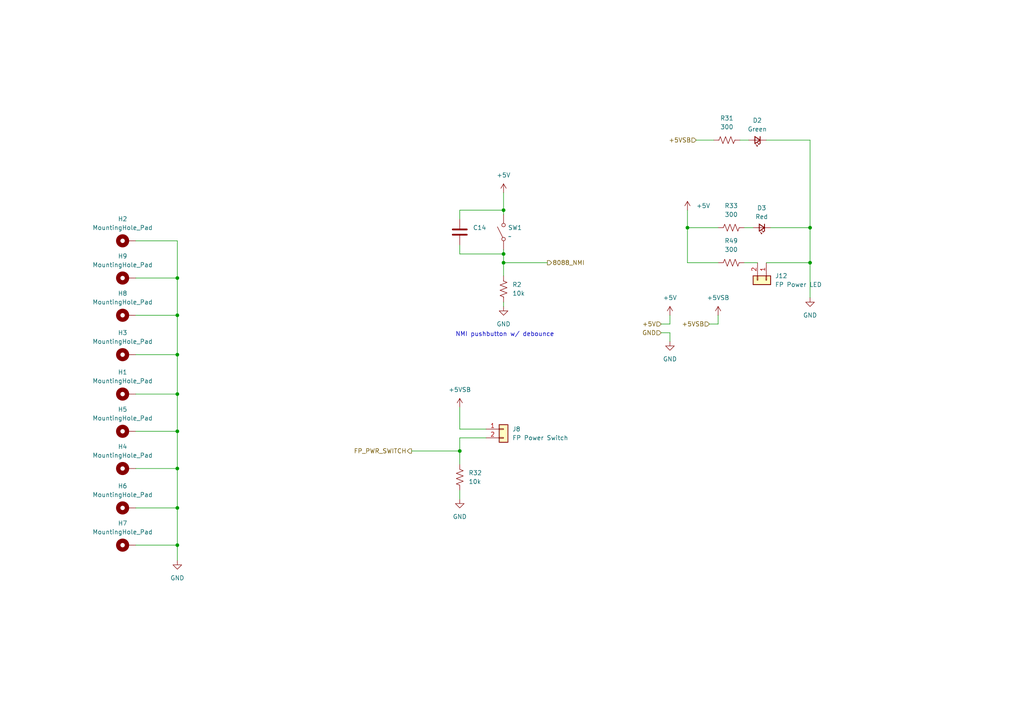
<source format=kicad_sch>
(kicad_sch
	(version 20231120)
	(generator "eeschema")
	(generator_version "8.0")
	(uuid "ed590157-7686-4133-94e5-4b4a748bc5bd")
	(paper "A4")
	(lib_symbols
		(symbol "Connector_Generic:Conn_01x02"
			(pin_names
				(offset 1.016) hide)
			(exclude_from_sim no)
			(in_bom yes)
			(on_board yes)
			(property "Reference" "J"
				(at 0 2.54 0)
				(effects
					(font
						(size 1.27 1.27)
					)
				)
			)
			(property "Value" "Conn_01x02"
				(at 0 -5.08 0)
				(effects
					(font
						(size 1.27 1.27)
					)
				)
			)
			(property "Footprint" ""
				(at 0 0 0)
				(effects
					(font
						(size 1.27 1.27)
					)
					(hide yes)
				)
			)
			(property "Datasheet" "~"
				(at 0 0 0)
				(effects
					(font
						(size 1.27 1.27)
					)
					(hide yes)
				)
			)
			(property "Description" "Generic connector, single row, 01x02, script generated (kicad-library-utils/schlib/autogen/connector/)"
				(at 0 0 0)
				(effects
					(font
						(size 1.27 1.27)
					)
					(hide yes)
				)
			)
			(property "ki_keywords" "connector"
				(at 0 0 0)
				(effects
					(font
						(size 1.27 1.27)
					)
					(hide yes)
				)
			)
			(property "ki_fp_filters" "Connector*:*_1x??_*"
				(at 0 0 0)
				(effects
					(font
						(size 1.27 1.27)
					)
					(hide yes)
				)
			)
			(symbol "Conn_01x02_1_1"
				(rectangle
					(start -1.27 -2.413)
					(end 0 -2.667)
					(stroke
						(width 0.1524)
						(type default)
					)
					(fill
						(type none)
					)
				)
				(rectangle
					(start -1.27 0.127)
					(end 0 -0.127)
					(stroke
						(width 0.1524)
						(type default)
					)
					(fill
						(type none)
					)
				)
				(rectangle
					(start -1.27 1.27)
					(end 1.27 -3.81)
					(stroke
						(width 0.254)
						(type default)
					)
					(fill
						(type background)
					)
				)
				(pin passive line
					(at -5.08 0 0)
					(length 3.81)
					(name "Pin_1"
						(effects
							(font
								(size 1.27 1.27)
							)
						)
					)
					(number "1"
						(effects
							(font
								(size 1.27 1.27)
							)
						)
					)
				)
				(pin passive line
					(at -5.08 -2.54 0)
					(length 3.81)
					(name "Pin_2"
						(effects
							(font
								(size 1.27 1.27)
							)
						)
					)
					(number "2"
						(effects
							(font
								(size 1.27 1.27)
							)
						)
					)
				)
			)
		)
		(symbol "Device:C"
			(pin_numbers hide)
			(pin_names
				(offset 0.254)
			)
			(exclude_from_sim no)
			(in_bom yes)
			(on_board yes)
			(property "Reference" "C"
				(at 0.635 2.54 0)
				(effects
					(font
						(size 1.27 1.27)
					)
					(justify left)
				)
			)
			(property "Value" "C"
				(at 0.635 -2.54 0)
				(effects
					(font
						(size 1.27 1.27)
					)
					(justify left)
				)
			)
			(property "Footprint" ""
				(at 0.9652 -3.81 0)
				(effects
					(font
						(size 1.27 1.27)
					)
					(hide yes)
				)
			)
			(property "Datasheet" "~"
				(at 0 0 0)
				(effects
					(font
						(size 1.27 1.27)
					)
					(hide yes)
				)
			)
			(property "Description" "Unpolarized capacitor"
				(at 0 0 0)
				(effects
					(font
						(size 1.27 1.27)
					)
					(hide yes)
				)
			)
			(property "ki_keywords" "cap capacitor"
				(at 0 0 0)
				(effects
					(font
						(size 1.27 1.27)
					)
					(hide yes)
				)
			)
			(property "ki_fp_filters" "C_*"
				(at 0 0 0)
				(effects
					(font
						(size 1.27 1.27)
					)
					(hide yes)
				)
			)
			(symbol "C_0_1"
				(polyline
					(pts
						(xy -2.032 -0.762) (xy 2.032 -0.762)
					)
					(stroke
						(width 0.508)
						(type default)
					)
					(fill
						(type none)
					)
				)
				(polyline
					(pts
						(xy -2.032 0.762) (xy 2.032 0.762)
					)
					(stroke
						(width 0.508)
						(type default)
					)
					(fill
						(type none)
					)
				)
			)
			(symbol "C_1_1"
				(pin passive line
					(at 0 3.81 270)
					(length 2.794)
					(name "~"
						(effects
							(font
								(size 1.27 1.27)
							)
						)
					)
					(number "1"
						(effects
							(font
								(size 1.27 1.27)
							)
						)
					)
				)
				(pin passive line
					(at 0 -3.81 90)
					(length 2.794)
					(name "~"
						(effects
							(font
								(size 1.27 1.27)
							)
						)
					)
					(number "2"
						(effects
							(font
								(size 1.27 1.27)
							)
						)
					)
				)
			)
		)
		(symbol "Device:LED_Small"
			(pin_numbers hide)
			(pin_names
				(offset 0.254) hide)
			(exclude_from_sim no)
			(in_bom yes)
			(on_board yes)
			(property "Reference" "D"
				(at -1.27 3.175 0)
				(effects
					(font
						(size 1.27 1.27)
					)
					(justify left)
				)
			)
			(property "Value" "LED_Small"
				(at -4.445 -2.54 0)
				(effects
					(font
						(size 1.27 1.27)
					)
					(justify left)
				)
			)
			(property "Footprint" ""
				(at 0 0 90)
				(effects
					(font
						(size 1.27 1.27)
					)
					(hide yes)
				)
			)
			(property "Datasheet" "~"
				(at 0 0 90)
				(effects
					(font
						(size 1.27 1.27)
					)
					(hide yes)
				)
			)
			(property "Description" "Light emitting diode, small symbol"
				(at 0 0 0)
				(effects
					(font
						(size 1.27 1.27)
					)
					(hide yes)
				)
			)
			(property "ki_keywords" "LED diode light-emitting-diode"
				(at 0 0 0)
				(effects
					(font
						(size 1.27 1.27)
					)
					(hide yes)
				)
			)
			(property "ki_fp_filters" "LED* LED_SMD:* LED_THT:*"
				(at 0 0 0)
				(effects
					(font
						(size 1.27 1.27)
					)
					(hide yes)
				)
			)
			(symbol "LED_Small_0_1"
				(polyline
					(pts
						(xy -0.762 -1.016) (xy -0.762 1.016)
					)
					(stroke
						(width 0.254)
						(type default)
					)
					(fill
						(type none)
					)
				)
				(polyline
					(pts
						(xy 1.016 0) (xy -0.762 0)
					)
					(stroke
						(width 0)
						(type default)
					)
					(fill
						(type none)
					)
				)
				(polyline
					(pts
						(xy 0.762 -1.016) (xy -0.762 0) (xy 0.762 1.016) (xy 0.762 -1.016)
					)
					(stroke
						(width 0.254)
						(type default)
					)
					(fill
						(type none)
					)
				)
				(polyline
					(pts
						(xy 0 0.762) (xy -0.508 1.27) (xy -0.254 1.27) (xy -0.508 1.27) (xy -0.508 1.016)
					)
					(stroke
						(width 0)
						(type default)
					)
					(fill
						(type none)
					)
				)
				(polyline
					(pts
						(xy 0.508 1.27) (xy 0 1.778) (xy 0.254 1.778) (xy 0 1.778) (xy 0 1.524)
					)
					(stroke
						(width 0)
						(type default)
					)
					(fill
						(type none)
					)
				)
			)
			(symbol "LED_Small_1_1"
				(pin passive line
					(at -2.54 0 0)
					(length 1.778)
					(name "K"
						(effects
							(font
								(size 1.27 1.27)
							)
						)
					)
					(number "1"
						(effects
							(font
								(size 1.27 1.27)
							)
						)
					)
				)
				(pin passive line
					(at 2.54 0 180)
					(length 1.778)
					(name "A"
						(effects
							(font
								(size 1.27 1.27)
							)
						)
					)
					(number "2"
						(effects
							(font
								(size 1.27 1.27)
							)
						)
					)
				)
			)
		)
		(symbol "Device:R_US"
			(pin_numbers hide)
			(pin_names
				(offset 0)
			)
			(exclude_from_sim no)
			(in_bom yes)
			(on_board yes)
			(property "Reference" "R"
				(at 2.54 0 90)
				(effects
					(font
						(size 1.27 1.27)
					)
				)
			)
			(property "Value" "R_US"
				(at -2.54 0 90)
				(effects
					(font
						(size 1.27 1.27)
					)
				)
			)
			(property "Footprint" ""
				(at 1.016 -0.254 90)
				(effects
					(font
						(size 1.27 1.27)
					)
					(hide yes)
				)
			)
			(property "Datasheet" "~"
				(at 0 0 0)
				(effects
					(font
						(size 1.27 1.27)
					)
					(hide yes)
				)
			)
			(property "Description" "Resistor, US symbol"
				(at 0 0 0)
				(effects
					(font
						(size 1.27 1.27)
					)
					(hide yes)
				)
			)
			(property "ki_keywords" "R res resistor"
				(at 0 0 0)
				(effects
					(font
						(size 1.27 1.27)
					)
					(hide yes)
				)
			)
			(property "ki_fp_filters" "R_*"
				(at 0 0 0)
				(effects
					(font
						(size 1.27 1.27)
					)
					(hide yes)
				)
			)
			(symbol "R_US_0_1"
				(polyline
					(pts
						(xy 0 -2.286) (xy 0 -2.54)
					)
					(stroke
						(width 0)
						(type default)
					)
					(fill
						(type none)
					)
				)
				(polyline
					(pts
						(xy 0 2.286) (xy 0 2.54)
					)
					(stroke
						(width 0)
						(type default)
					)
					(fill
						(type none)
					)
				)
				(polyline
					(pts
						(xy 0 -0.762) (xy 1.016 -1.143) (xy 0 -1.524) (xy -1.016 -1.905) (xy 0 -2.286)
					)
					(stroke
						(width 0)
						(type default)
					)
					(fill
						(type none)
					)
				)
				(polyline
					(pts
						(xy 0 0.762) (xy 1.016 0.381) (xy 0 0) (xy -1.016 -0.381) (xy 0 -0.762)
					)
					(stroke
						(width 0)
						(type default)
					)
					(fill
						(type none)
					)
				)
				(polyline
					(pts
						(xy 0 2.286) (xy 1.016 1.905) (xy 0 1.524) (xy -1.016 1.143) (xy 0 0.762)
					)
					(stroke
						(width 0)
						(type default)
					)
					(fill
						(type none)
					)
				)
			)
			(symbol "R_US_1_1"
				(pin passive line
					(at 0 3.81 270)
					(length 1.27)
					(name "~"
						(effects
							(font
								(size 1.27 1.27)
							)
						)
					)
					(number "1"
						(effects
							(font
								(size 1.27 1.27)
							)
						)
					)
				)
				(pin passive line
					(at 0 -3.81 90)
					(length 1.27)
					(name "~"
						(effects
							(font
								(size 1.27 1.27)
							)
						)
					)
					(number "2"
						(effects
							(font
								(size 1.27 1.27)
							)
						)
					)
				)
			)
		)
		(symbol "Mechanical:MountingHole_Pad"
			(pin_numbers hide)
			(pin_names
				(offset 1.016) hide)
			(exclude_from_sim no)
			(in_bom yes)
			(on_board yes)
			(property "Reference" "H"
				(at 0 6.35 0)
				(effects
					(font
						(size 1.27 1.27)
					)
				)
			)
			(property "Value" "MountingHole_Pad"
				(at 0 4.445 0)
				(effects
					(font
						(size 1.27 1.27)
					)
				)
			)
			(property "Footprint" ""
				(at 0 0 0)
				(effects
					(font
						(size 1.27 1.27)
					)
					(hide yes)
				)
			)
			(property "Datasheet" "~"
				(at 0 0 0)
				(effects
					(font
						(size 1.27 1.27)
					)
					(hide yes)
				)
			)
			(property "Description" "Mounting Hole with connection"
				(at 0 0 0)
				(effects
					(font
						(size 1.27 1.27)
					)
					(hide yes)
				)
			)
			(property "ki_keywords" "mounting hole"
				(at 0 0 0)
				(effects
					(font
						(size 1.27 1.27)
					)
					(hide yes)
				)
			)
			(property "ki_fp_filters" "MountingHole*Pad*"
				(at 0 0 0)
				(effects
					(font
						(size 1.27 1.27)
					)
					(hide yes)
				)
			)
			(symbol "MountingHole_Pad_0_1"
				(circle
					(center 0 1.27)
					(radius 1.27)
					(stroke
						(width 1.27)
						(type default)
					)
					(fill
						(type none)
					)
				)
			)
			(symbol "MountingHole_Pad_1_1"
				(pin input line
					(at 0 -2.54 90)
					(length 2.54)
					(name "1"
						(effects
							(font
								(size 1.27 1.27)
							)
						)
					)
					(number "1"
						(effects
							(font
								(size 1.27 1.27)
							)
						)
					)
				)
			)
		)
		(symbol "SparkFun-Switch:SPST_Momentary_SMD_4.6x2.8mm_h2.5mm"
			(pin_numbers hide)
			(pin_names
				(offset 0) hide)
			(exclude_from_sim no)
			(in_bom yes)
			(on_board yes)
			(property "Reference" "SW"
				(at 0 3.175 0)
				(effects
					(font
						(size 1.27 1.27)
					)
				)
			)
			(property "Value" "SMD_4.6x2.8mm_h2.5mm"
				(at 0 -2.54 0)
				(effects
					(font
						(size 1.27 1.27)
					)
				)
			)
			(property "Footprint" "SparkFun-Switch:Momentary_SMD_4.6x2.8mm_h2.5mm"
				(at 0 -5.08 0)
				(effects
					(font
						(size 1.27 1.27)
					)
					(hide yes)
				)
			)
			(property "Datasheet" "~"
				(at 0 -10.16 0)
				(effects
					(font
						(size 1.27 1.27)
					)
					(hide yes)
				)
			)
			(property "Description" "Single Pole Single Throw (SPST) switch"
				(at 0 0 0)
				(effects
					(font
						(size 1.27 1.27)
					)
					(hide yes)
				)
			)
			(property "PROD_ID" "SWCH-15606"
				(at 0 -7.62 0)
				(effects
					(font
						(size 1.27 1.27)
					)
					(hide yes)
				)
			)
			(property "ki_keywords" "switch lever"
				(at 0 0 0)
				(effects
					(font
						(size 1.27 1.27)
					)
					(hide yes)
				)
			)
			(symbol "SPST_Momentary_SMD_4.6x2.8mm_h2.5mm_0_0"
				(circle
					(center -2.032 0)
					(radius 0.508)
					(stroke
						(width 0)
						(type default)
					)
					(fill
						(type none)
					)
				)
				(polyline
					(pts
						(xy -1.524 0.254) (xy 1.524 1.778)
					)
					(stroke
						(width 0)
						(type default)
					)
					(fill
						(type none)
					)
				)
				(circle
					(center 2.032 0)
					(radius 0.508)
					(stroke
						(width 0)
						(type default)
					)
					(fill
						(type none)
					)
				)
			)
			(symbol "SPST_Momentary_SMD_4.6x2.8mm_h2.5mm_1_1"
				(pin passive line
					(at -5.08 0 0)
					(length 2.54)
					(name "A"
						(effects
							(font
								(size 1.27 1.27)
							)
						)
					)
					(number "1"
						(effects
							(font
								(size 1.27 1.27)
							)
						)
					)
				)
				(pin passive line
					(at 5.08 0 180)
					(length 2.54)
					(name "B"
						(effects
							(font
								(size 1.27 1.27)
							)
						)
					)
					(number "2"
						(effects
							(font
								(size 1.27 1.27)
							)
						)
					)
				)
			)
		)
		(symbol "power:+5V"
			(power)
			(pin_names
				(offset 0)
			)
			(exclude_from_sim no)
			(in_bom yes)
			(on_board yes)
			(property "Reference" "#PWR"
				(at 0 -3.81 0)
				(effects
					(font
						(size 1.27 1.27)
					)
					(hide yes)
				)
			)
			(property "Value" "+5V"
				(at 0 3.556 0)
				(effects
					(font
						(size 1.27 1.27)
					)
				)
			)
			(property "Footprint" ""
				(at 0 0 0)
				(effects
					(font
						(size 1.27 1.27)
					)
					(hide yes)
				)
			)
			(property "Datasheet" ""
				(at 0 0 0)
				(effects
					(font
						(size 1.27 1.27)
					)
					(hide yes)
				)
			)
			(property "Description" "Power symbol creates a global label with name \"+5V\""
				(at 0 0 0)
				(effects
					(font
						(size 1.27 1.27)
					)
					(hide yes)
				)
			)
			(property "ki_keywords" "global power"
				(at 0 0 0)
				(effects
					(font
						(size 1.27 1.27)
					)
					(hide yes)
				)
			)
			(symbol "+5V_0_1"
				(polyline
					(pts
						(xy -0.762 1.27) (xy 0 2.54)
					)
					(stroke
						(width 0)
						(type default)
					)
					(fill
						(type none)
					)
				)
				(polyline
					(pts
						(xy 0 0) (xy 0 2.54)
					)
					(stroke
						(width 0)
						(type default)
					)
					(fill
						(type none)
					)
				)
				(polyline
					(pts
						(xy 0 2.54) (xy 0.762 1.27)
					)
					(stroke
						(width 0)
						(type default)
					)
					(fill
						(type none)
					)
				)
			)
			(symbol "+5V_1_1"
				(pin power_in line
					(at 0 0 90)
					(length 0) hide
					(name "+5V"
						(effects
							(font
								(size 1.27 1.27)
							)
						)
					)
					(number "1"
						(effects
							(font
								(size 1.27 1.27)
							)
						)
					)
				)
			)
		)
		(symbol "power:GND"
			(power)
			(pin_names
				(offset 0)
			)
			(exclude_from_sim no)
			(in_bom yes)
			(on_board yes)
			(property "Reference" "#PWR"
				(at 0 -6.35 0)
				(effects
					(font
						(size 1.27 1.27)
					)
					(hide yes)
				)
			)
			(property "Value" "GND"
				(at 0 -3.81 0)
				(effects
					(font
						(size 1.27 1.27)
					)
				)
			)
			(property "Footprint" ""
				(at 0 0 0)
				(effects
					(font
						(size 1.27 1.27)
					)
					(hide yes)
				)
			)
			(property "Datasheet" ""
				(at 0 0 0)
				(effects
					(font
						(size 1.27 1.27)
					)
					(hide yes)
				)
			)
			(property "Description" "Power symbol creates a global label with name \"GND\" , ground"
				(at 0 0 0)
				(effects
					(font
						(size 1.27 1.27)
					)
					(hide yes)
				)
			)
			(property "ki_keywords" "global power"
				(at 0 0 0)
				(effects
					(font
						(size 1.27 1.27)
					)
					(hide yes)
				)
			)
			(symbol "GND_0_1"
				(polyline
					(pts
						(xy 0 0) (xy 0 -1.27) (xy 1.27 -1.27) (xy 0 -2.54) (xy -1.27 -1.27) (xy 0 -1.27)
					)
					(stroke
						(width 0)
						(type default)
					)
					(fill
						(type none)
					)
				)
			)
			(symbol "GND_1_1"
				(pin power_in line
					(at 0 0 270)
					(length 0) hide
					(name "GND"
						(effects
							(font
								(size 1.27 1.27)
							)
						)
					)
					(number "1"
						(effects
							(font
								(size 1.27 1.27)
							)
						)
					)
				)
			)
		)
		(symbol "power:VCC"
			(power)
			(pin_numbers hide)
			(pin_names
				(offset 0) hide)
			(exclude_from_sim no)
			(in_bom yes)
			(on_board yes)
			(property "Reference" "#PWR"
				(at 0 -3.81 0)
				(effects
					(font
						(size 1.27 1.27)
					)
					(hide yes)
				)
			)
			(property "Value" "VCC"
				(at 0 3.556 0)
				(effects
					(font
						(size 1.27 1.27)
					)
				)
			)
			(property "Footprint" ""
				(at 0 0 0)
				(effects
					(font
						(size 1.27 1.27)
					)
					(hide yes)
				)
			)
			(property "Datasheet" ""
				(at 0 0 0)
				(effects
					(font
						(size 1.27 1.27)
					)
					(hide yes)
				)
			)
			(property "Description" "Power symbol creates a global label with name \"VCC\""
				(at 0 0 0)
				(effects
					(font
						(size 1.27 1.27)
					)
					(hide yes)
				)
			)
			(property "ki_keywords" "global power"
				(at 0 0 0)
				(effects
					(font
						(size 1.27 1.27)
					)
					(hide yes)
				)
			)
			(symbol "VCC_0_1"
				(polyline
					(pts
						(xy -0.762 1.27) (xy 0 2.54)
					)
					(stroke
						(width 0)
						(type default)
					)
					(fill
						(type none)
					)
				)
				(polyline
					(pts
						(xy 0 0) (xy 0 2.54)
					)
					(stroke
						(width 0)
						(type default)
					)
					(fill
						(type none)
					)
				)
				(polyline
					(pts
						(xy 0 2.54) (xy 0.762 1.27)
					)
					(stroke
						(width 0)
						(type default)
					)
					(fill
						(type none)
					)
				)
			)
			(symbol "VCC_1_1"
				(pin power_in line
					(at 0 0 90)
					(length 0)
					(name "~"
						(effects
							(font
								(size 1.27 1.27)
							)
						)
					)
					(number "1"
						(effects
							(font
								(size 1.27 1.27)
							)
						)
					)
				)
			)
		)
	)
	(junction
		(at 146.05 76.2)
		(diameter 0)
		(color 0 0 0 0)
		(uuid "04b00bb8-2d3e-4f5e-9fb6-01ee50bfdaa7")
	)
	(junction
		(at 146.05 73.66)
		(diameter 0)
		(color 0 0 0 0)
		(uuid "1155bf37-6997-4f66-939d-45ebedecf4d7")
	)
	(junction
		(at 133.35 130.81)
		(diameter 0)
		(color 0 0 0 0)
		(uuid "3700b495-5c96-4ee0-a52f-6911222fbd0f")
	)
	(junction
		(at 51.435 147.32)
		(diameter 0)
		(color 0 0 0 0)
		(uuid "39bef776-d8ad-4f5a-805b-dc999348e261")
	)
	(junction
		(at 51.435 91.44)
		(diameter 0)
		(color 0 0 0 0)
		(uuid "3e775321-eac9-431e-bd42-b02720e7ab2f")
	)
	(junction
		(at 199.39 66.04)
		(diameter 0)
		(color 0 0 0 0)
		(uuid "4ffd8974-1faf-438a-90be-d911bfed7ea9")
	)
	(junction
		(at 51.435 125.095)
		(diameter 0)
		(color 0 0 0 0)
		(uuid "57b11d60-17ae-4d57-badc-c0d6479ed33c")
	)
	(junction
		(at 51.435 158.115)
		(diameter 0)
		(color 0 0 0 0)
		(uuid "618240a1-6add-4212-8d71-8ae426c71d2c")
	)
	(junction
		(at 234.95 66.04)
		(diameter 0)
		(color 0 0 0 0)
		(uuid "966bdd8f-8909-4380-8cc4-92cc9a275de4")
	)
	(junction
		(at 51.435 102.87)
		(diameter 0)
		(color 0 0 0 0)
		(uuid "a4e2a2e6-4935-4178-8004-4f28459b6b4d")
	)
	(junction
		(at 51.435 135.89)
		(diameter 0)
		(color 0 0 0 0)
		(uuid "a8c20ecb-342c-4b52-9051-b6bcb2c62a53")
	)
	(junction
		(at 51.435 114.3)
		(diameter 0)
		(color 0 0 0 0)
		(uuid "acb742da-b784-4308-b042-95b59d658b6c")
	)
	(junction
		(at 146.05 60.96)
		(diameter 0)
		(color 0 0 0 0)
		(uuid "b14a60eb-2eb4-4a35-9d51-1c07dc368925")
	)
	(junction
		(at 234.95 76.2)
		(diameter 0)
		(color 0 0 0 0)
		(uuid "b44d1fb7-7a77-492f-aa7f-3e7255f4ced9")
	)
	(junction
		(at 51.435 80.645)
		(diameter 0)
		(color 0 0 0 0)
		(uuid "b4bf27fe-338d-4115-a4b4-e85d58743dbf")
	)
	(wire
		(pts
			(xy 51.435 114.3) (xy 51.435 102.87)
		)
		(stroke
			(width 0)
			(type default)
		)
		(uuid "013500b2-51be-4240-b0d5-04edacf1e399")
	)
	(wire
		(pts
			(xy 223.52 66.04) (xy 234.95 66.04)
		)
		(stroke
			(width 0)
			(type default)
		)
		(uuid "02ac4b11-70d6-484d-b894-2444c5199af1")
	)
	(wire
		(pts
			(xy 39.37 158.115) (xy 51.435 158.115)
		)
		(stroke
			(width 0)
			(type default)
		)
		(uuid "06f4cbb2-4288-4b7d-acf0-928aafe62b5f")
	)
	(wire
		(pts
			(xy 39.37 80.645) (xy 51.435 80.645)
		)
		(stroke
			(width 0)
			(type default)
		)
		(uuid "0e4c94c7-3f91-4fa6-a56e-1ccf4833d9e7")
	)
	(wire
		(pts
			(xy 39.37 125.095) (xy 51.435 125.095)
		)
		(stroke
			(width 0)
			(type default)
		)
		(uuid "16dfac3f-8741-4293-a719-358d484e98d4")
	)
	(wire
		(pts
			(xy 51.435 80.645) (xy 51.435 69.85)
		)
		(stroke
			(width 0)
			(type default)
		)
		(uuid "1a7dd313-bbe4-404c-aebd-45ece50d3b5c")
	)
	(wire
		(pts
			(xy 234.95 40.64) (xy 234.95 66.04)
		)
		(stroke
			(width 0)
			(type default)
		)
		(uuid "1be1b1ac-74c4-4cc0-962b-3bbd95535150")
	)
	(wire
		(pts
			(xy 133.35 127) (xy 133.35 130.81)
		)
		(stroke
			(width 0)
			(type default)
		)
		(uuid "21a3e3dd-db71-42ec-bbd4-89f1a488110a")
	)
	(wire
		(pts
			(xy 51.435 102.87) (xy 51.435 91.44)
		)
		(stroke
			(width 0)
			(type default)
		)
		(uuid "21a94be6-8f9b-4f90-904c-ef33a41afcc3")
	)
	(wire
		(pts
			(xy 146.05 72.39) (xy 146.05 73.66)
		)
		(stroke
			(width 0)
			(type default)
		)
		(uuid "25a10bb5-9b98-4002-ae93-88d08b6b9739")
	)
	(wire
		(pts
			(xy 51.435 158.115) (xy 51.435 147.32)
		)
		(stroke
			(width 0)
			(type default)
		)
		(uuid "2cba2dff-eec4-4d1f-988f-8591ec252977")
	)
	(wire
		(pts
			(xy 133.35 142.24) (xy 133.35 144.78)
		)
		(stroke
			(width 0)
			(type default)
		)
		(uuid "2d1fcaa8-06d5-4b35-a02f-6ad819b5f93c")
	)
	(wire
		(pts
			(xy 146.05 76.2) (xy 158.75 76.2)
		)
		(stroke
			(width 0)
			(type default)
		)
		(uuid "2dde48cf-e070-4e12-8dbe-ffccb1f1eaad")
	)
	(wire
		(pts
			(xy 199.39 60.96) (xy 199.39 66.04)
		)
		(stroke
			(width 0)
			(type default)
		)
		(uuid "3417802f-8fb3-4628-94ed-de8bea5be7ed")
	)
	(wire
		(pts
			(xy 191.77 93.98) (xy 194.31 93.98)
		)
		(stroke
			(width 0)
			(type default)
		)
		(uuid "37b41016-c824-46b7-83e1-271e60d1fc26")
	)
	(wire
		(pts
			(xy 201.93 40.64) (xy 207.01 40.64)
		)
		(stroke
			(width 0)
			(type default)
		)
		(uuid "405ede7f-ddaa-48e2-9ebe-e8b60cbdee50")
	)
	(wire
		(pts
			(xy 133.35 73.66) (xy 146.05 73.66)
		)
		(stroke
			(width 0)
			(type default)
		)
		(uuid "44527bb3-f8fe-491c-b6ee-0bffd8980d31")
	)
	(wire
		(pts
			(xy 214.63 40.64) (xy 217.17 40.64)
		)
		(stroke
			(width 0)
			(type default)
		)
		(uuid "45a1f584-0d1f-46eb-8e79-afe4cbc372b7")
	)
	(wire
		(pts
			(xy 208.28 93.98) (xy 208.28 91.44)
		)
		(stroke
			(width 0)
			(type default)
		)
		(uuid "4b3b53b4-1402-4c6a-ba32-c9567487609a")
	)
	(wire
		(pts
			(xy 133.35 60.96) (xy 146.05 60.96)
		)
		(stroke
			(width 0)
			(type default)
		)
		(uuid "4c1feddb-c7aa-4ba9-a21d-aa58dc749fdf")
	)
	(wire
		(pts
			(xy 51.435 147.32) (xy 51.435 135.89)
		)
		(stroke
			(width 0)
			(type default)
		)
		(uuid "4e5c829c-c93b-4f6a-8330-261659f93510")
	)
	(wire
		(pts
			(xy 140.97 127) (xy 133.35 127)
		)
		(stroke
			(width 0)
			(type default)
		)
		(uuid "4ebd8759-8b7e-422c-8321-f3e3ea358379")
	)
	(wire
		(pts
			(xy 146.05 55.88) (xy 146.05 60.96)
		)
		(stroke
			(width 0)
			(type default)
		)
		(uuid "58ae16e0-8d30-4b1e-a084-41ff765d3228")
	)
	(wire
		(pts
			(xy 222.25 76.2) (xy 234.95 76.2)
		)
		(stroke
			(width 0)
			(type default)
		)
		(uuid "5981c7a4-c826-4ec5-9ecf-fae68a1664eb")
	)
	(wire
		(pts
			(xy 133.35 124.46) (xy 140.97 124.46)
		)
		(stroke
			(width 0)
			(type default)
		)
		(uuid "5eca049c-7cb6-4990-ac91-ffabe947f9f8")
	)
	(wire
		(pts
			(xy 146.05 73.66) (xy 146.05 76.2)
		)
		(stroke
			(width 0)
			(type default)
		)
		(uuid "6637a609-eba4-48eb-a2c8-72451be745d8")
	)
	(wire
		(pts
			(xy 208.28 76.2) (xy 199.39 76.2)
		)
		(stroke
			(width 0)
			(type default)
		)
		(uuid "6c2513bb-62b9-4cb9-a798-69fffb76e0fb")
	)
	(wire
		(pts
			(xy 194.31 93.98) (xy 194.31 91.44)
		)
		(stroke
			(width 0)
			(type default)
		)
		(uuid "70bce4da-59c8-4790-828a-81af57436176")
	)
	(wire
		(pts
			(xy 215.9 76.2) (xy 219.71 76.2)
		)
		(stroke
			(width 0)
			(type default)
		)
		(uuid "7fbf9390-843f-4746-912a-330676b2ee10")
	)
	(wire
		(pts
			(xy 234.95 66.04) (xy 234.95 76.2)
		)
		(stroke
			(width 0)
			(type default)
		)
		(uuid "8071195c-254e-410b-a197-478103e27bc9")
	)
	(wire
		(pts
			(xy 205.74 93.98) (xy 208.28 93.98)
		)
		(stroke
			(width 0)
			(type default)
		)
		(uuid "847db673-ff25-415a-8007-829aa57ab9bf")
	)
	(wire
		(pts
			(xy 51.435 69.85) (xy 39.37 69.85)
		)
		(stroke
			(width 0)
			(type default)
		)
		(uuid "87a68dfc-1445-430e-9416-5b14b1da0530")
	)
	(wire
		(pts
			(xy 146.05 87.63) (xy 146.05 88.9)
		)
		(stroke
			(width 0)
			(type default)
		)
		(uuid "882b6057-9c58-4b4e-8837-63f6f31be656")
	)
	(wire
		(pts
			(xy 133.35 71.12) (xy 133.35 73.66)
		)
		(stroke
			(width 0)
			(type default)
		)
		(uuid "893b0de5-b83a-45bc-b149-331df4ab4712")
	)
	(wire
		(pts
			(xy 133.35 63.5) (xy 133.35 60.96)
		)
		(stroke
			(width 0)
			(type default)
		)
		(uuid "8b33a325-c271-4477-b48e-4a0de8839c9a")
	)
	(wire
		(pts
			(xy 119.38 130.81) (xy 133.35 130.81)
		)
		(stroke
			(width 0)
			(type default)
		)
		(uuid "9305c15b-8f25-40ee-bcf3-bc418595ee35")
	)
	(wire
		(pts
			(xy 194.31 96.52) (xy 194.31 99.06)
		)
		(stroke
			(width 0)
			(type default)
		)
		(uuid "9813de58-b5f7-44c0-bbc3-861907d38e1d")
	)
	(wire
		(pts
			(xy 222.25 40.64) (xy 234.95 40.64)
		)
		(stroke
			(width 0)
			(type default)
		)
		(uuid "9ee32891-5aa5-4474-9af6-bfa2864fff3c")
	)
	(wire
		(pts
			(xy 215.9 66.04) (xy 218.44 66.04)
		)
		(stroke
			(width 0)
			(type default)
		)
		(uuid "a030cf61-c64e-46f8-b061-d9d6ca3da4b7")
	)
	(wire
		(pts
			(xy 199.39 76.2) (xy 199.39 66.04)
		)
		(stroke
			(width 0)
			(type default)
		)
		(uuid "a0a199c8-7a33-4815-81e3-bd34a1d2bf66")
	)
	(wire
		(pts
			(xy 191.77 96.52) (xy 194.31 96.52)
		)
		(stroke
			(width 0)
			(type default)
		)
		(uuid "a2967337-6f1a-460a-8d30-2815fe52512d")
	)
	(wire
		(pts
			(xy 146.05 76.2) (xy 146.05 80.01)
		)
		(stroke
			(width 0)
			(type default)
		)
		(uuid "a5c47e96-8ad0-4bc5-a82d-dd1204fcce83")
	)
	(wire
		(pts
			(xy 39.37 135.89) (xy 51.435 135.89)
		)
		(stroke
			(width 0)
			(type default)
		)
		(uuid "a767dc41-f025-440f-9019-f41f604be0d5")
	)
	(wire
		(pts
			(xy 51.435 135.89) (xy 51.435 125.095)
		)
		(stroke
			(width 0)
			(type default)
		)
		(uuid "b26a353d-1163-4be7-a86a-0b9cb226f404")
	)
	(wire
		(pts
			(xy 39.37 147.32) (xy 51.435 147.32)
		)
		(stroke
			(width 0)
			(type default)
		)
		(uuid "b402dd9f-7f30-4d61-99eb-2f4813388bf4")
	)
	(wire
		(pts
			(xy 51.435 125.095) (xy 51.435 114.3)
		)
		(stroke
			(width 0)
			(type default)
		)
		(uuid "bf776a06-cea2-42d1-9934-6444bf579bdc")
	)
	(wire
		(pts
			(xy 39.37 102.87) (xy 51.435 102.87)
		)
		(stroke
			(width 0)
			(type default)
		)
		(uuid "c27373f2-8909-42f8-8ed6-5f20d9163819")
	)
	(wire
		(pts
			(xy 133.35 130.81) (xy 133.35 134.62)
		)
		(stroke
			(width 0)
			(type default)
		)
		(uuid "d0e3536e-0b1e-4afb-9507-76245742a3ba")
	)
	(wire
		(pts
			(xy 51.435 91.44) (xy 51.435 80.645)
		)
		(stroke
			(width 0)
			(type default)
		)
		(uuid "d4b351da-7f33-4c71-b068-1bfc53a379b2")
	)
	(wire
		(pts
			(xy 146.05 60.96) (xy 146.05 62.23)
		)
		(stroke
			(width 0)
			(type default)
		)
		(uuid "df5ee52a-ce25-4e52-8bcb-11786fe415a7")
	)
	(wire
		(pts
			(xy 234.95 76.2) (xy 234.95 86.36)
		)
		(stroke
			(width 0)
			(type default)
		)
		(uuid "e2cd3b27-5e8d-4572-b397-8cf5547f94a5")
	)
	(wire
		(pts
			(xy 51.435 162.56) (xy 51.435 158.115)
		)
		(stroke
			(width 0)
			(type default)
		)
		(uuid "ec3d4b04-770a-4e14-92b1-b5489f66fc0b")
	)
	(wire
		(pts
			(xy 199.39 66.04) (xy 208.28 66.04)
		)
		(stroke
			(width 0)
			(type default)
		)
		(uuid "f13b4877-66c6-4f45-869f-d40cae8f0e02")
	)
	(wire
		(pts
			(xy 51.435 114.3) (xy 39.37 114.3)
		)
		(stroke
			(width 0)
			(type default)
		)
		(uuid "fb6f32c6-50ea-4c09-8a68-c92b34f5fd7e")
	)
	(wire
		(pts
			(xy 133.35 118.11) (xy 133.35 124.46)
		)
		(stroke
			(width 0)
			(type default)
		)
		(uuid "ff00c657-5234-4365-8892-0086fd1f867f")
	)
	(wire
		(pts
			(xy 39.37 91.44) (xy 51.435 91.44)
		)
		(stroke
			(width 0)
			(type default)
		)
		(uuid "ff572d51-bfc1-4db0-ab7e-59a543674d5f")
	)
	(text "NMI pushbutton w/ debounce"
		(exclude_from_sim no)
		(at 132.08 97.79 0)
		(effects
			(font
				(size 1.27 1.27)
			)
			(justify left bottom)
		)
		(uuid "963e9851-bb2a-4e7f-a002-b66cea92e141")
	)
	(hierarchical_label "+5VSB"
		(shape input)
		(at 205.74 93.98 180)
		(fields_autoplaced yes)
		(effects
			(font
				(size 1.27 1.27)
			)
			(justify right)
		)
		(uuid "2811dbbd-6d6a-449d-b6e1-3b4e99904ff0")
	)
	(hierarchical_label "+5VSB"
		(shape input)
		(at 201.93 40.64 180)
		(fields_autoplaced yes)
		(effects
			(font
				(size 1.27 1.27)
			)
			(justify right)
		)
		(uuid "49a48379-25e6-44a6-a090-71593ea32912")
	)
	(hierarchical_label "FP_PWR_SWITCH"
		(shape output)
		(at 119.38 130.81 180)
		(fields_autoplaced yes)
		(effects
			(font
				(size 1.27 1.27)
			)
			(justify right)
		)
		(uuid "61aca738-111c-4921-bc00-81c5c13603ce")
	)
	(hierarchical_label "GND"
		(shape input)
		(at 191.77 96.52 180)
		(fields_autoplaced yes)
		(effects
			(font
				(size 1.27 1.27)
			)
			(justify right)
		)
		(uuid "658da510-3c5e-41de-b23c-4f60402dce85")
	)
	(hierarchical_label "8088_NMI"
		(shape output)
		(at 158.75 76.2 0)
		(fields_autoplaced yes)
		(effects
			(font
				(size 1.27 1.27)
			)
			(justify left)
		)
		(uuid "b7f5d006-f217-4368-a97c-e6e0f7ae6a53")
	)
	(hierarchical_label "+5V"
		(shape input)
		(at 191.77 93.98 180)
		(fields_autoplaced yes)
		(effects
			(font
				(size 1.27 1.27)
			)
			(justify right)
		)
		(uuid "cae6ca56-d31c-40e1-bf0f-5ef1e182d126")
	)
	(symbol
		(lib_id "power:VCC")
		(at 133.35 118.11 0)
		(unit 1)
		(exclude_from_sim no)
		(in_bom yes)
		(on_board yes)
		(dnp no)
		(fields_autoplaced yes)
		(uuid "0e56ac7d-2889-4a3b-afa8-8b771bb3d5a3")
		(property "Reference" "#PWR0147"
			(at 133.35 121.92 0)
			(effects
				(font
					(size 1.27 1.27)
				)
				(hide yes)
			)
		)
		(property "Value" "+5VSB"
			(at 133.35 113.03 0)
			(effects
				(font
					(size 1.27 1.27)
				)
			)
		)
		(property "Footprint" ""
			(at 133.35 118.11 0)
			(effects
				(font
					(size 1.27 1.27)
				)
				(hide yes)
			)
		)
		(property "Datasheet" ""
			(at 133.35 118.11 0)
			(effects
				(font
					(size 1.27 1.27)
				)
				(hide yes)
			)
		)
		(property "Description" "Power symbol creates a global label with name \"VCC\""
			(at 133.35 118.11 0)
			(effects
				(font
					(size 1.27 1.27)
				)
				(hide yes)
			)
		)
		(pin "1"
			(uuid "decaeda2-1227-466d-a296-a5a19d24bdc3")
		)
		(instances
			(project "sbc_8088"
				(path "/5e468d94-0319-44d1-a77f-2adc451eed13/4898bb81-eb43-46b2-921b-826de7c22e53"
					(reference "#PWR0147")
					(unit 1)
				)
			)
		)
	)
	(symbol
		(lib_id "Mechanical:MountingHole_Pad")
		(at 36.83 69.85 90)
		(unit 1)
		(exclude_from_sim no)
		(in_bom yes)
		(on_board yes)
		(dnp no)
		(fields_autoplaced yes)
		(uuid "149bfca6-9688-43de-a17f-0447dfc6b818")
		(property "Reference" "H2"
			(at 35.56 63.5 90)
			(effects
				(font
					(size 1.27 1.27)
				)
			)
		)
		(property "Value" "MountingHole_Pad"
			(at 35.56 66.04 90)
			(effects
				(font
					(size 1.27 1.27)
				)
			)
		)
		(property "Footprint" "MountingHole:MountingHole_4mm_Pad_Via"
			(at 36.83 69.85 0)
			(effects
				(font
					(size 1.27 1.27)
				)
				(hide yes)
			)
		)
		(property "Datasheet" "~"
			(at 36.83 69.85 0)
			(effects
				(font
					(size 1.27 1.27)
				)
				(hide yes)
			)
		)
		(property "Description" ""
			(at 36.83 69.85 0)
			(effects
				(font
					(size 1.27 1.27)
				)
				(hide yes)
			)
		)
		(property "Height" ""
			(at 36.83 69.85 0)
			(effects
				(font
					(size 1.27 1.27)
				)
				(hide yes)
			)
		)
		(property "Manufacturer_Name" ""
			(at 36.83 69.85 0)
			(effects
				(font
					(size 1.27 1.27)
				)
				(hide yes)
			)
		)
		(property "Manufacturer_Part_Number" ""
			(at 36.83 69.85 0)
			(effects
				(font
					(size 1.27 1.27)
				)
				(hide yes)
			)
		)
		(property "Mouser Part Number" ""
			(at 36.83 69.85 0)
			(effects
				(font
					(size 1.27 1.27)
				)
				(hide yes)
			)
		)
		(property "Mouser Price/Stock" ""
			(at 36.83 69.85 0)
			(effects
				(font
					(size 1.27 1.27)
				)
				(hide yes)
			)
		)
		(property "LCSC Part #" ""
			(at 36.83 69.85 0)
			(effects
				(font
					(size 1.27 1.27)
				)
				(hide yes)
			)
		)
		(pin "1"
			(uuid "42fb95f0-a59f-49d8-8305-84ec93ebcd98")
		)
		(instances
			(project "sbc_8088"
				(path "/5e468d94-0319-44d1-a77f-2adc451eed13/4898bb81-eb43-46b2-921b-826de7c22e53"
					(reference "H2")
					(unit 1)
				)
			)
		)
	)
	(symbol
		(lib_id "power:GND")
		(at 51.435 162.56 0)
		(unit 1)
		(exclude_from_sim no)
		(in_bom yes)
		(on_board yes)
		(dnp no)
		(fields_autoplaced yes)
		(uuid "1738f685-9f79-4d6a-8043-d6581611168e")
		(property "Reference" "#PWR096"
			(at 51.435 168.91 0)
			(effects
				(font
					(size 1.27 1.27)
				)
				(hide yes)
			)
		)
		(property "Value" "GND"
			(at 51.435 167.64 0)
			(effects
				(font
					(size 1.27 1.27)
				)
			)
		)
		(property "Footprint" ""
			(at 51.435 162.56 0)
			(effects
				(font
					(size 1.27 1.27)
				)
				(hide yes)
			)
		)
		(property "Datasheet" ""
			(at 51.435 162.56 0)
			(effects
				(font
					(size 1.27 1.27)
				)
				(hide yes)
			)
		)
		(property "Description" ""
			(at 51.435 162.56 0)
			(effects
				(font
					(size 1.27 1.27)
				)
				(hide yes)
			)
		)
		(pin "1"
			(uuid "f1a2d3c3-0a1a-4cab-8a88-a9b0406cb533")
		)
		(instances
			(project "sbc_8088"
				(path "/5e468d94-0319-44d1-a77f-2adc451eed13/4898bb81-eb43-46b2-921b-826de7c22e53"
					(reference "#PWR096")
					(unit 1)
				)
			)
		)
	)
	(symbol
		(lib_id "Device:R_US")
		(at 133.35 138.43 0)
		(unit 1)
		(exclude_from_sim no)
		(in_bom yes)
		(on_board yes)
		(dnp no)
		(fields_autoplaced yes)
		(uuid "2018d6b7-5c3c-44e3-99f8-b3d553bcec30")
		(property "Reference" "R32"
			(at 135.89 137.16 0)
			(effects
				(font
					(size 1.27 1.27)
				)
				(justify left)
			)
		)
		(property "Value" "10k"
			(at 135.89 139.7 0)
			(effects
				(font
					(size 1.27 1.27)
				)
				(justify left)
			)
		)
		(property "Footprint" "Resistor_SMD:R_0805_2012Metric"
			(at 134.366 138.684 90)
			(effects
				(font
					(size 1.27 1.27)
				)
				(hide yes)
			)
		)
		(property "Datasheet" "~"
			(at 133.35 138.43 0)
			(effects
				(font
					(size 1.27 1.27)
				)
				(hide yes)
			)
		)
		(property "Description" "LCSC #C84376 "
			(at 133.35 138.43 0)
			(effects
				(font
					(size 1.27 1.27)
				)
				(hide yes)
			)
		)
		(property "Height" ""
			(at 133.35 138.43 0)
			(effects
				(font
					(size 1.27 1.27)
				)
				(hide yes)
			)
		)
		(property "Manufacturer_Name" ""
			(at 133.35 138.43 0)
			(effects
				(font
					(size 1.27 1.27)
				)
				(hide yes)
			)
		)
		(property "Manufacturer_Part_Number" ""
			(at 133.35 138.43 0)
			(effects
				(font
					(size 1.27 1.27)
				)
				(hide yes)
			)
		)
		(property "Mouser Part Number" ""
			(at 133.35 138.43 0)
			(effects
				(font
					(size 1.27 1.27)
				)
				(hide yes)
			)
		)
		(property "Mouser Price/Stock" ""
			(at 133.35 138.43 0)
			(effects
				(font
					(size 1.27 1.27)
				)
				(hide yes)
			)
		)
		(property "LCSC Part #" "C84376 "
			(at 133.35 138.43 0)
			(effects
				(font
					(size 1.27 1.27)
				)
				(hide yes)
			)
		)
		(pin "2"
			(uuid "8f96f425-8734-48b5-a366-be7827c41427")
		)
		(pin "1"
			(uuid "9f2e9305-048e-4d09-82b3-e9f2525aca3d")
		)
		(instances
			(project "sbc_8088"
				(path "/5e468d94-0319-44d1-a77f-2adc451eed13/4898bb81-eb43-46b2-921b-826de7c22e53"
					(reference "R32")
					(unit 1)
				)
			)
		)
	)
	(symbol
		(lib_id "Mechanical:MountingHole_Pad")
		(at 36.83 125.095 90)
		(unit 1)
		(exclude_from_sim no)
		(in_bom yes)
		(on_board yes)
		(dnp no)
		(fields_autoplaced yes)
		(uuid "221bd122-886b-474c-bce1-87e4029e5c21")
		(property "Reference" "H5"
			(at 35.56 118.745 90)
			(effects
				(font
					(size 1.27 1.27)
				)
			)
		)
		(property "Value" "MountingHole_Pad"
			(at 35.56 121.285 90)
			(effects
				(font
					(size 1.27 1.27)
				)
			)
		)
		(property "Footprint" "MountingHole:MountingHole_4mm_Pad_Via"
			(at 36.83 125.095 0)
			(effects
				(font
					(size 1.27 1.27)
				)
				(hide yes)
			)
		)
		(property "Datasheet" "~"
			(at 36.83 125.095 0)
			(effects
				(font
					(size 1.27 1.27)
				)
				(hide yes)
			)
		)
		(property "Description" ""
			(at 36.83 125.095 0)
			(effects
				(font
					(size 1.27 1.27)
				)
				(hide yes)
			)
		)
		(property "Height" ""
			(at 36.83 125.095 0)
			(effects
				(font
					(size 1.27 1.27)
				)
				(hide yes)
			)
		)
		(property "Manufacturer_Name" ""
			(at 36.83 125.095 0)
			(effects
				(font
					(size 1.27 1.27)
				)
				(hide yes)
			)
		)
		(property "Manufacturer_Part_Number" ""
			(at 36.83 125.095 0)
			(effects
				(font
					(size 1.27 1.27)
				)
				(hide yes)
			)
		)
		(property "Mouser Part Number" ""
			(at 36.83 125.095 0)
			(effects
				(font
					(size 1.27 1.27)
				)
				(hide yes)
			)
		)
		(property "Mouser Price/Stock" ""
			(at 36.83 125.095 0)
			(effects
				(font
					(size 1.27 1.27)
				)
				(hide yes)
			)
		)
		(property "LCSC Part #" ""
			(at 36.83 125.095 0)
			(effects
				(font
					(size 1.27 1.27)
				)
				(hide yes)
			)
		)
		(pin "1"
			(uuid "aa234d2a-2105-4005-9ce5-070664ad7640")
		)
		(instances
			(project "sbc_8088"
				(path "/5e468d94-0319-44d1-a77f-2adc451eed13/4898bb81-eb43-46b2-921b-826de7c22e53"
					(reference "H5")
					(unit 1)
				)
			)
		)
	)
	(symbol
		(lib_id "Device:LED_Small")
		(at 219.71 40.64 180)
		(unit 1)
		(exclude_from_sim no)
		(in_bom yes)
		(on_board yes)
		(dnp no)
		(fields_autoplaced yes)
		(uuid "3a816e6c-2ada-4268-b03b-636e3bcd8fd1")
		(property "Reference" "D2"
			(at 219.6465 34.925 0)
			(effects
				(font
					(size 1.27 1.27)
				)
			)
		)
		(property "Value" "Green"
			(at 219.6465 37.465 0)
			(effects
				(font
					(size 1.27 1.27)
				)
			)
		)
		(property "Footprint" "LED_THT:LED_D3.0mm"
			(at 219.71 40.64 90)
			(effects
				(font
					(size 1.27 1.27)
				)
				(hide yes)
			)
		)
		(property "Datasheet" "~"
			(at 219.71 40.64 90)
			(effects
				(font
					(size 1.27 1.27)
				)
				(hide yes)
			)
		)
		(property "Description" "LCSC #C779431"
			(at 219.71 40.64 0)
			(effects
				(font
					(size 1.27 1.27)
				)
				(hide yes)
			)
		)
		(property "Height" ""
			(at 219.71 40.64 0)
			(effects
				(font
					(size 1.27 1.27)
				)
				(hide yes)
			)
		)
		(property "Manufacturer_Name" ""
			(at 219.71 40.64 0)
			(effects
				(font
					(size 1.27 1.27)
				)
				(hide yes)
			)
		)
		(property "Manufacturer_Part_Number" ""
			(at 219.71 40.64 0)
			(effects
				(font
					(size 1.27 1.27)
				)
				(hide yes)
			)
		)
		(property "Mouser Part Number" ""
			(at 219.71 40.64 0)
			(effects
				(font
					(size 1.27 1.27)
				)
				(hide yes)
			)
		)
		(property "Mouser Price/Stock" ""
			(at 219.71 40.64 0)
			(effects
				(font
					(size 1.27 1.27)
				)
				(hide yes)
			)
		)
		(property "LCSC Part #" "C779431"
			(at 219.71 40.64 0)
			(effects
				(font
					(size 1.27 1.27)
				)
				(hide yes)
			)
		)
		(pin "1"
			(uuid "f252ece9-a741-4174-b16a-b3ad19626b48")
		)
		(pin "2"
			(uuid "94683117-cc0f-42e7-927f-45764f305c94")
		)
		(instances
			(project "sbc_8088"
				(path "/5e468d94-0319-44d1-a77f-2adc451eed13/4898bb81-eb43-46b2-921b-826de7c22e53"
					(reference "D2")
					(unit 1)
				)
			)
		)
	)
	(symbol
		(lib_id "power:GND")
		(at 133.35 144.78 0)
		(unit 1)
		(exclude_from_sim no)
		(in_bom yes)
		(on_board yes)
		(dnp no)
		(fields_autoplaced yes)
		(uuid "3ae2b06b-8748-4e51-a31c-a69e0a054119")
		(property "Reference" "#PWR0320"
			(at 133.35 151.13 0)
			(effects
				(font
					(size 1.27 1.27)
				)
				(hide yes)
			)
		)
		(property "Value" "GND"
			(at 133.35 149.86 0)
			(effects
				(font
					(size 1.27 1.27)
				)
			)
		)
		(property "Footprint" ""
			(at 133.35 144.78 0)
			(effects
				(font
					(size 1.27 1.27)
				)
				(hide yes)
			)
		)
		(property "Datasheet" ""
			(at 133.35 144.78 0)
			(effects
				(font
					(size 1.27 1.27)
				)
				(hide yes)
			)
		)
		(property "Description" ""
			(at 133.35 144.78 0)
			(effects
				(font
					(size 1.27 1.27)
				)
				(hide yes)
			)
		)
		(pin "1"
			(uuid "a7065b0e-37cc-4904-a752-f21d21ebddb2")
		)
		(instances
			(project "sbc_8088"
				(path "/5e468d94-0319-44d1-a77f-2adc451eed13/4898bb81-eb43-46b2-921b-826de7c22e53"
					(reference "#PWR0320")
					(unit 1)
				)
			)
		)
	)
	(symbol
		(lib_id "Mechanical:MountingHole_Pad")
		(at 36.83 114.3 90)
		(unit 1)
		(exclude_from_sim no)
		(in_bom yes)
		(on_board yes)
		(dnp no)
		(fields_autoplaced yes)
		(uuid "3b5f4d8d-ee96-4eb2-a4ba-7168d6e03a42")
		(property "Reference" "H1"
			(at 35.56 107.95 90)
			(effects
				(font
					(size 1.27 1.27)
				)
			)
		)
		(property "Value" "MountingHole_Pad"
			(at 35.56 110.49 90)
			(effects
				(font
					(size 1.27 1.27)
				)
			)
		)
		(property "Footprint" "MountingHole:MountingHole_4mm_Pad_Via"
			(at 36.83 114.3 0)
			(effects
				(font
					(size 1.27 1.27)
				)
				(hide yes)
			)
		)
		(property "Datasheet" "~"
			(at 36.83 114.3 0)
			(effects
				(font
					(size 1.27 1.27)
				)
				(hide yes)
			)
		)
		(property "Description" ""
			(at 36.83 114.3 0)
			(effects
				(font
					(size 1.27 1.27)
				)
				(hide yes)
			)
		)
		(property "Height" ""
			(at 36.83 114.3 0)
			(effects
				(font
					(size 1.27 1.27)
				)
				(hide yes)
			)
		)
		(property "Manufacturer_Name" ""
			(at 36.83 114.3 0)
			(effects
				(font
					(size 1.27 1.27)
				)
				(hide yes)
			)
		)
		(property "Manufacturer_Part_Number" ""
			(at 36.83 114.3 0)
			(effects
				(font
					(size 1.27 1.27)
				)
				(hide yes)
			)
		)
		(property "Mouser Part Number" ""
			(at 36.83 114.3 0)
			(effects
				(font
					(size 1.27 1.27)
				)
				(hide yes)
			)
		)
		(property "Mouser Price/Stock" ""
			(at 36.83 114.3 0)
			(effects
				(font
					(size 1.27 1.27)
				)
				(hide yes)
			)
		)
		(property "LCSC Part #" ""
			(at 36.83 114.3 0)
			(effects
				(font
					(size 1.27 1.27)
				)
				(hide yes)
			)
		)
		(pin "1"
			(uuid "64db0285-871c-4b20-8ce7-c10180f9b4a0")
		)
		(instances
			(project "sbc_8088"
				(path "/5e468d94-0319-44d1-a77f-2adc451eed13/4898bb81-eb43-46b2-921b-826de7c22e53"
					(reference "H1")
					(unit 1)
				)
			)
		)
	)
	(symbol
		(lib_id "power:GND")
		(at 234.95 86.36 0)
		(unit 1)
		(exclude_from_sim no)
		(in_bom yes)
		(on_board yes)
		(dnp no)
		(fields_autoplaced yes)
		(uuid "3b7f2b0f-7b6b-4452-bc44-b865e92a033c")
		(property "Reference" "#PWR092"
			(at 234.95 92.71 0)
			(effects
				(font
					(size 1.27 1.27)
				)
				(hide yes)
			)
		)
		(property "Value" "GND"
			(at 234.95 91.44 0)
			(effects
				(font
					(size 1.27 1.27)
				)
			)
		)
		(property "Footprint" ""
			(at 234.95 86.36 0)
			(effects
				(font
					(size 1.27 1.27)
				)
				(hide yes)
			)
		)
		(property "Datasheet" ""
			(at 234.95 86.36 0)
			(effects
				(font
					(size 1.27 1.27)
				)
				(hide yes)
			)
		)
		(property "Description" ""
			(at 234.95 86.36 0)
			(effects
				(font
					(size 1.27 1.27)
				)
				(hide yes)
			)
		)
		(pin "1"
			(uuid "8b0518fb-465e-4f1d-af0f-40eb3699afb0")
		)
		(instances
			(project "sbc_8088"
				(path "/5e468d94-0319-44d1-a77f-2adc451eed13/4898bb81-eb43-46b2-921b-826de7c22e53"
					(reference "#PWR092")
					(unit 1)
				)
			)
		)
	)
	(symbol
		(lib_id "Mechanical:MountingHole_Pad")
		(at 36.83 80.645 90)
		(unit 1)
		(exclude_from_sim no)
		(in_bom yes)
		(on_board yes)
		(dnp no)
		(fields_autoplaced yes)
		(uuid "4137eced-c6bb-4ec9-9fa1-aa7f395723ee")
		(property "Reference" "H9"
			(at 35.56 74.295 90)
			(effects
				(font
					(size 1.27 1.27)
				)
			)
		)
		(property "Value" "MountingHole_Pad"
			(at 35.56 76.835 90)
			(effects
				(font
					(size 1.27 1.27)
				)
			)
		)
		(property "Footprint" "MountingHole:MountingHole_4mm_Pad_Via"
			(at 36.83 80.645 0)
			(effects
				(font
					(size 1.27 1.27)
				)
				(hide yes)
			)
		)
		(property "Datasheet" "~"
			(at 36.83 80.645 0)
			(effects
				(font
					(size 1.27 1.27)
				)
				(hide yes)
			)
		)
		(property "Description" ""
			(at 36.83 80.645 0)
			(effects
				(font
					(size 1.27 1.27)
				)
				(hide yes)
			)
		)
		(property "Height" ""
			(at 36.83 80.645 0)
			(effects
				(font
					(size 1.27 1.27)
				)
				(hide yes)
			)
		)
		(property "Manufacturer_Name" ""
			(at 36.83 80.645 0)
			(effects
				(font
					(size 1.27 1.27)
				)
				(hide yes)
			)
		)
		(property "Manufacturer_Part_Number" ""
			(at 36.83 80.645 0)
			(effects
				(font
					(size 1.27 1.27)
				)
				(hide yes)
			)
		)
		(property "Mouser Part Number" ""
			(at 36.83 80.645 0)
			(effects
				(font
					(size 1.27 1.27)
				)
				(hide yes)
			)
		)
		(property "Mouser Price/Stock" ""
			(at 36.83 80.645 0)
			(effects
				(font
					(size 1.27 1.27)
				)
				(hide yes)
			)
		)
		(property "LCSC Part #" ""
			(at 36.83 80.645 0)
			(effects
				(font
					(size 1.27 1.27)
				)
				(hide yes)
			)
		)
		(pin "1"
			(uuid "d9ba94d5-364f-4779-8ae4-ecef83fc8dfe")
		)
		(instances
			(project "sbc_8088"
				(path "/5e468d94-0319-44d1-a77f-2adc451eed13/4898bb81-eb43-46b2-921b-826de7c22e53"
					(reference "H9")
					(unit 1)
				)
			)
		)
	)
	(symbol
		(lib_id "Device:R_US")
		(at 212.09 66.04 90)
		(unit 1)
		(exclude_from_sim no)
		(in_bom yes)
		(on_board yes)
		(dnp no)
		(fields_autoplaced yes)
		(uuid "45c9e341-8708-4dc7-b665-fc80d9f7429c")
		(property "Reference" "R33"
			(at 212.09 59.69 90)
			(effects
				(font
					(size 1.27 1.27)
				)
			)
		)
		(property "Value" "300"
			(at 212.09 62.23 90)
			(effects
				(font
					(size 1.27 1.27)
				)
			)
		)
		(property "Footprint" "Resistor_SMD:R_0805_2012Metric"
			(at 212.344 65.024 90)
			(effects
				(font
					(size 1.27 1.27)
				)
				(hide yes)
			)
		)
		(property "Datasheet" "~"
			(at 212.09 66.04 0)
			(effects
				(font
					(size 1.27 1.27)
				)
				(hide yes)
			)
		)
		(property "Description" "LCSC #C114529 "
			(at 212.09 66.04 0)
			(effects
				(font
					(size 1.27 1.27)
				)
				(hide yes)
			)
		)
		(property "Height" ""
			(at 212.09 66.04 0)
			(effects
				(font
					(size 1.27 1.27)
				)
				(hide yes)
			)
		)
		(property "Manufacturer_Name" ""
			(at 212.09 66.04 0)
			(effects
				(font
					(size 1.27 1.27)
				)
				(hide yes)
			)
		)
		(property "Manufacturer_Part_Number" ""
			(at 212.09 66.04 0)
			(effects
				(font
					(size 1.27 1.27)
				)
				(hide yes)
			)
		)
		(property "Mouser Part Number" ""
			(at 212.09 66.04 0)
			(effects
				(font
					(size 1.27 1.27)
				)
				(hide yes)
			)
		)
		(property "Mouser Price/Stock" ""
			(at 212.09 66.04 0)
			(effects
				(font
					(size 1.27 1.27)
				)
				(hide yes)
			)
		)
		(property "LCSC Part #" "C114529 "
			(at 212.09 66.04 0)
			(effects
				(font
					(size 1.27 1.27)
				)
				(hide yes)
			)
		)
		(pin "2"
			(uuid "0a9dc849-4253-4303-b173-ef533c72e1cd")
		)
		(pin "1"
			(uuid "cb2cdcd7-d972-4b96-8f09-73b6a285066f")
		)
		(instances
			(project "sbc_8088"
				(path "/5e468d94-0319-44d1-a77f-2adc451eed13/4898bb81-eb43-46b2-921b-826de7c22e53"
					(reference "R33")
					(unit 1)
				)
			)
		)
	)
	(symbol
		(lib_id "power:+5V")
		(at 194.31 91.44 0)
		(unit 1)
		(exclude_from_sim no)
		(in_bom yes)
		(on_board yes)
		(dnp no)
		(fields_autoplaced yes)
		(uuid "51950f9f-cd9c-4ad9-a940-da0b034e51d1")
		(property "Reference" "#PWR094"
			(at 194.31 95.25 0)
			(effects
				(font
					(size 1.27 1.27)
				)
				(hide yes)
			)
		)
		(property "Value" "+5V"
			(at 194.31 86.36 0)
			(effects
				(font
					(size 1.27 1.27)
				)
			)
		)
		(property "Footprint" ""
			(at 194.31 91.44 0)
			(effects
				(font
					(size 1.27 1.27)
				)
				(hide yes)
			)
		)
		(property "Datasheet" ""
			(at 194.31 91.44 0)
			(effects
				(font
					(size 1.27 1.27)
				)
				(hide yes)
			)
		)
		(property "Description" ""
			(at 194.31 91.44 0)
			(effects
				(font
					(size 1.27 1.27)
				)
				(hide yes)
			)
		)
		(pin "1"
			(uuid "5681777b-aaa3-4008-a3c8-aadf994e6ed3")
		)
		(instances
			(project "sbc_8088"
				(path "/5e468d94-0319-44d1-a77f-2adc451eed13/4898bb81-eb43-46b2-921b-826de7c22e53"
					(reference "#PWR094")
					(unit 1)
				)
			)
		)
	)
	(symbol
		(lib_id "Connector_Generic:Conn_01x02")
		(at 146.05 124.46 0)
		(unit 1)
		(exclude_from_sim no)
		(in_bom yes)
		(on_board yes)
		(dnp no)
		(fields_autoplaced yes)
		(uuid "5a5a69d6-06a9-4d14-85ab-251790ae4ddc")
		(property "Reference" "J8"
			(at 148.59 124.4599 0)
			(effects
				(font
					(size 1.27 1.27)
				)
				(justify left)
			)
		)
		(property "Value" "FP Power Switch"
			(at 148.59 126.9999 0)
			(effects
				(font
					(size 1.27 1.27)
				)
				(justify left)
			)
		)
		(property "Footprint" "Connector_PinHeader_2.54mm:PinHeader_1x02_P2.54mm_Vertical"
			(at 146.05 124.46 0)
			(effects
				(font
					(size 1.27 1.27)
				)
				(hide yes)
			)
		)
		(property "Datasheet" "~"
			(at 146.05 124.46 0)
			(effects
				(font
					(size 1.27 1.27)
				)
				(hide yes)
			)
		)
		(property "Description" "LCSC #C124375"
			(at 146.05 124.46 0)
			(effects
				(font
					(size 1.27 1.27)
				)
				(hide yes)
			)
		)
		(property "Height" ""
			(at 146.05 124.46 0)
			(effects
				(font
					(size 1.27 1.27)
				)
				(hide yes)
			)
		)
		(property "Manufacturer_Name" ""
			(at 146.05 124.46 0)
			(effects
				(font
					(size 1.27 1.27)
				)
				(hide yes)
			)
		)
		(property "Manufacturer_Part_Number" ""
			(at 146.05 124.46 0)
			(effects
				(font
					(size 1.27 1.27)
				)
				(hide yes)
			)
		)
		(property "Mouser Part Number" ""
			(at 146.05 124.46 0)
			(effects
				(font
					(size 1.27 1.27)
				)
				(hide yes)
			)
		)
		(property "Mouser Price/Stock" ""
			(at 146.05 124.46 0)
			(effects
				(font
					(size 1.27 1.27)
				)
				(hide yes)
			)
		)
		(property "LCSC Part #" "C124375"
			(at 146.05 124.46 0)
			(effects
				(font
					(size 1.27 1.27)
				)
				(hide yes)
			)
		)
		(pin "2"
			(uuid "407f3e5c-21df-4e9f-9397-f135bfe2f996")
		)
		(pin "1"
			(uuid "a1375316-9397-49ab-bb37-ce281549cc6a")
		)
		(instances
			(project "sbc_8088"
				(path "/5e468d94-0319-44d1-a77f-2adc451eed13/4898bb81-eb43-46b2-921b-826de7c22e53"
					(reference "J8")
					(unit 1)
				)
			)
		)
	)
	(symbol
		(lib_id "Mechanical:MountingHole_Pad")
		(at 36.83 102.87 90)
		(unit 1)
		(exclude_from_sim no)
		(in_bom yes)
		(on_board yes)
		(dnp no)
		(fields_autoplaced yes)
		(uuid "5e1ae25a-4509-4686-9972-30e1e7eb82e2")
		(property "Reference" "H3"
			(at 35.56 96.52 90)
			(effects
				(font
					(size 1.27 1.27)
				)
			)
		)
		(property "Value" "MountingHole_Pad"
			(at 35.56 99.06 90)
			(effects
				(font
					(size 1.27 1.27)
				)
			)
		)
		(property "Footprint" "MountingHole:MountingHole_4mm_Pad_Via"
			(at 36.83 102.87 0)
			(effects
				(font
					(size 1.27 1.27)
				)
				(hide yes)
			)
		)
		(property "Datasheet" "~"
			(at 36.83 102.87 0)
			(effects
				(font
					(size 1.27 1.27)
				)
				(hide yes)
			)
		)
		(property "Description" ""
			(at 36.83 102.87 0)
			(effects
				(font
					(size 1.27 1.27)
				)
				(hide yes)
			)
		)
		(property "Height" ""
			(at 36.83 102.87 0)
			(effects
				(font
					(size 1.27 1.27)
				)
				(hide yes)
			)
		)
		(property "Manufacturer_Name" ""
			(at 36.83 102.87 0)
			(effects
				(font
					(size 1.27 1.27)
				)
				(hide yes)
			)
		)
		(property "Manufacturer_Part_Number" ""
			(at 36.83 102.87 0)
			(effects
				(font
					(size 1.27 1.27)
				)
				(hide yes)
			)
		)
		(property "Mouser Part Number" ""
			(at 36.83 102.87 0)
			(effects
				(font
					(size 1.27 1.27)
				)
				(hide yes)
			)
		)
		(property "Mouser Price/Stock" ""
			(at 36.83 102.87 0)
			(effects
				(font
					(size 1.27 1.27)
				)
				(hide yes)
			)
		)
		(property "LCSC Part #" ""
			(at 36.83 102.87 0)
			(effects
				(font
					(size 1.27 1.27)
				)
				(hide yes)
			)
		)
		(pin "1"
			(uuid "b1967bce-fb89-44f3-b5a7-3a920f09a828")
		)
		(instances
			(project "sbc_8088"
				(path "/5e468d94-0319-44d1-a77f-2adc451eed13/4898bb81-eb43-46b2-921b-826de7c22e53"
					(reference "H3")
					(unit 1)
				)
			)
		)
	)
	(symbol
		(lib_id "Device:C")
		(at 133.35 67.31 0)
		(unit 1)
		(exclude_from_sim no)
		(in_bom yes)
		(on_board yes)
		(dnp no)
		(fields_autoplaced yes)
		(uuid "5e857694-5e75-4f53-a51b-ef911dd2ba64")
		(property "Reference" "C14"
			(at 137.16 66.04 0)
			(effects
				(font
					(size 1.27 1.27)
				)
				(justify left)
			)
		)
		(property "Value" "10 uF 20% 10V Ceramic"
			(at 137.16 68.58 0)
			(effects
				(font
					(size 1.27 1.27)
				)
				(justify left)
				(hide yes)
			)
		)
		(property "Footprint" "Capacitor_SMD:C_0805_2012Metric"
			(at 134.3152 71.12 0)
			(effects
				(font
					(size 1.27 1.27)
				)
				(hide yes)
			)
		)
		(property "Datasheet" "~"
			(at 133.35 67.31 0)
			(effects
				(font
					(size 1.27 1.27)
				)
				(hide yes)
			)
		)
		(property "Description" "LCSC #C1952580"
			(at 133.35 67.31 0)
			(effects
				(font
					(size 1.27 1.27)
				)
				(hide yes)
			)
		)
		(property "Height" ""
			(at 133.35 67.31 0)
			(effects
				(font
					(size 1.27 1.27)
				)
				(hide yes)
			)
		)
		(property "Manufacturer_Name" ""
			(at 133.35 67.31 0)
			(effects
				(font
					(size 1.27 1.27)
				)
				(hide yes)
			)
		)
		(property "Manufacturer_Part_Number" ""
			(at 133.35 67.31 0)
			(effects
				(font
					(size 1.27 1.27)
				)
				(hide yes)
			)
		)
		(property "Mouser Part Number" ""
			(at 133.35 67.31 0)
			(effects
				(font
					(size 1.27 1.27)
				)
				(hide yes)
			)
		)
		(property "Mouser Price/Stock" ""
			(at 133.35 67.31 0)
			(effects
				(font
					(size 1.27 1.27)
				)
				(hide yes)
			)
		)
		(property "LCSC Part #" "C1952580"
			(at 133.35 67.31 0)
			(effects
				(font
					(size 1.27 1.27)
				)
				(hide yes)
			)
		)
		(pin "1"
			(uuid "f134b649-e503-4565-a799-ced2cbf1d4cd")
		)
		(pin "2"
			(uuid "cb24764f-eee2-47ef-acef-7df13bd9a316")
		)
		(instances
			(project "sbc_8088"
				(path "/5e468d94-0319-44d1-a77f-2adc451eed13/4898bb81-eb43-46b2-921b-826de7c22e53"
					(reference "C14")
					(unit 1)
				)
			)
		)
	)
	(symbol
		(lib_id "Device:R_US")
		(at 210.82 40.64 90)
		(unit 1)
		(exclude_from_sim no)
		(in_bom yes)
		(on_board yes)
		(dnp no)
		(fields_autoplaced yes)
		(uuid "668c496b-e0d2-46c6-a842-18cea55e7045")
		(property "Reference" "R31"
			(at 210.82 34.29 90)
			(effects
				(font
					(size 1.27 1.27)
				)
			)
		)
		(property "Value" "300"
			(at 210.82 36.83 90)
			(effects
				(font
					(size 1.27 1.27)
				)
			)
		)
		(property "Footprint" "Resistor_SMD:R_0805_2012Metric"
			(at 211.074 39.624 90)
			(effects
				(font
					(size 1.27 1.27)
				)
				(hide yes)
			)
		)
		(property "Datasheet" "~"
			(at 210.82 40.64 0)
			(effects
				(font
					(size 1.27 1.27)
				)
				(hide yes)
			)
		)
		(property "Description" "LCSC #C114529 "
			(at 210.82 40.64 0)
			(effects
				(font
					(size 1.27 1.27)
				)
				(hide yes)
			)
		)
		(property "Height" ""
			(at 210.82 40.64 0)
			(effects
				(font
					(size 1.27 1.27)
				)
				(hide yes)
			)
		)
		(property "Manufacturer_Name" ""
			(at 210.82 40.64 0)
			(effects
				(font
					(size 1.27 1.27)
				)
				(hide yes)
			)
		)
		(property "Manufacturer_Part_Number" ""
			(at 210.82 40.64 0)
			(effects
				(font
					(size 1.27 1.27)
				)
				(hide yes)
			)
		)
		(property "Mouser Part Number" ""
			(at 210.82 40.64 0)
			(effects
				(font
					(size 1.27 1.27)
				)
				(hide yes)
			)
		)
		(property "Mouser Price/Stock" ""
			(at 210.82 40.64 0)
			(effects
				(font
					(size 1.27 1.27)
				)
				(hide yes)
			)
		)
		(property "LCSC Part #" "C114529 "
			(at 210.82 40.64 0)
			(effects
				(font
					(size 1.27 1.27)
				)
				(hide yes)
			)
		)
		(pin "2"
			(uuid "1463cbd2-c9f4-4f1e-bde3-7381960e352b")
		)
		(pin "1"
			(uuid "667f877a-1305-44ef-ae84-56399509aa3f")
		)
		(instances
			(project "sbc_8088"
				(path "/5e468d94-0319-44d1-a77f-2adc451eed13/4898bb81-eb43-46b2-921b-826de7c22e53"
					(reference "R31")
					(unit 1)
				)
			)
		)
	)
	(symbol
		(lib_id "Mechanical:MountingHole_Pad")
		(at 36.83 91.44 90)
		(unit 1)
		(exclude_from_sim no)
		(in_bom yes)
		(on_board yes)
		(dnp no)
		(fields_autoplaced yes)
		(uuid "73650e6a-307a-43d6-8ad9-b7afa628ae62")
		(property "Reference" "H8"
			(at 35.56 85.09 90)
			(effects
				(font
					(size 1.27 1.27)
				)
			)
		)
		(property "Value" "MountingHole_Pad"
			(at 35.56 87.63 90)
			(effects
				(font
					(size 1.27 1.27)
				)
			)
		)
		(property "Footprint" "MountingHole:MountingHole_4mm_Pad_Via"
			(at 36.83 91.44 0)
			(effects
				(font
					(size 1.27 1.27)
				)
				(hide yes)
			)
		)
		(property "Datasheet" "~"
			(at 36.83 91.44 0)
			(effects
				(font
					(size 1.27 1.27)
				)
				(hide yes)
			)
		)
		(property "Description" ""
			(at 36.83 91.44 0)
			(effects
				(font
					(size 1.27 1.27)
				)
				(hide yes)
			)
		)
		(property "Height" ""
			(at 36.83 91.44 0)
			(effects
				(font
					(size 1.27 1.27)
				)
				(hide yes)
			)
		)
		(property "Manufacturer_Name" ""
			(at 36.83 91.44 0)
			(effects
				(font
					(size 1.27 1.27)
				)
				(hide yes)
			)
		)
		(property "Manufacturer_Part_Number" ""
			(at 36.83 91.44 0)
			(effects
				(font
					(size 1.27 1.27)
				)
				(hide yes)
			)
		)
		(property "Mouser Part Number" ""
			(at 36.83 91.44 0)
			(effects
				(font
					(size 1.27 1.27)
				)
				(hide yes)
			)
		)
		(property "Mouser Price/Stock" ""
			(at 36.83 91.44 0)
			(effects
				(font
					(size 1.27 1.27)
				)
				(hide yes)
			)
		)
		(property "LCSC Part #" ""
			(at 36.83 91.44 0)
			(effects
				(font
					(size 1.27 1.27)
				)
				(hide yes)
			)
		)
		(pin "1"
			(uuid "c75ad1b3-7bb7-447b-bc00-a49efd2398a8")
		)
		(instances
			(project "sbc_8088"
				(path "/5e468d94-0319-44d1-a77f-2adc451eed13/4898bb81-eb43-46b2-921b-826de7c22e53"
					(reference "H8")
					(unit 1)
				)
			)
		)
	)
	(symbol
		(lib_id "power:+5V")
		(at 146.05 55.88 0)
		(unit 1)
		(exclude_from_sim no)
		(in_bom yes)
		(on_board yes)
		(dnp no)
		(fields_autoplaced yes)
		(uuid "75ae339e-8182-4207-bf81-fedbc115401f")
		(property "Reference" "#PWR090"
			(at 146.05 59.69 0)
			(effects
				(font
					(size 1.27 1.27)
				)
				(hide yes)
			)
		)
		(property "Value" "+5V"
			(at 146.05 50.8 0)
			(effects
				(font
					(size 1.27 1.27)
				)
			)
		)
		(property "Footprint" ""
			(at 146.05 55.88 0)
			(effects
				(font
					(size 1.27 1.27)
				)
				(hide yes)
			)
		)
		(property "Datasheet" ""
			(at 146.05 55.88 0)
			(effects
				(font
					(size 1.27 1.27)
				)
				(hide yes)
			)
		)
		(property "Description" ""
			(at 146.05 55.88 0)
			(effects
				(font
					(size 1.27 1.27)
				)
				(hide yes)
			)
		)
		(pin "1"
			(uuid "45f94bf6-d25a-4d73-b39c-dddc58596838")
		)
		(instances
			(project "sbc_8088"
				(path "/5e468d94-0319-44d1-a77f-2adc451eed13/4898bb81-eb43-46b2-921b-826de7c22e53"
					(reference "#PWR090")
					(unit 1)
				)
			)
		)
	)
	(symbol
		(lib_id "power:GND")
		(at 146.05 88.9 0)
		(unit 1)
		(exclude_from_sim no)
		(in_bom yes)
		(on_board yes)
		(dnp no)
		(fields_autoplaced yes)
		(uuid "8134ff79-0a06-4ee3-bb09-f9b8ab7c50d3")
		(property "Reference" "#PWR093"
			(at 146.05 95.25 0)
			(effects
				(font
					(size 1.27 1.27)
				)
				(hide yes)
			)
		)
		(property "Value" "GND"
			(at 146.05 93.98 0)
			(effects
				(font
					(size 1.27 1.27)
				)
			)
		)
		(property "Footprint" ""
			(at 146.05 88.9 0)
			(effects
				(font
					(size 1.27 1.27)
				)
				(hide yes)
			)
		)
		(property "Datasheet" ""
			(at 146.05 88.9 0)
			(effects
				(font
					(size 1.27 1.27)
				)
				(hide yes)
			)
		)
		(property "Description" ""
			(at 146.05 88.9 0)
			(effects
				(font
					(size 1.27 1.27)
				)
				(hide yes)
			)
		)
		(pin "1"
			(uuid "093af2db-588f-4398-9555-07fae02fae95")
		)
		(instances
			(project "sbc_8088"
				(path "/5e468d94-0319-44d1-a77f-2adc451eed13/4898bb81-eb43-46b2-921b-826de7c22e53"
					(reference "#PWR093")
					(unit 1)
				)
			)
		)
	)
	(symbol
		(lib_id "Connector_Generic:Conn_01x02")
		(at 222.25 81.28 270)
		(unit 1)
		(exclude_from_sim no)
		(in_bom yes)
		(on_board yes)
		(dnp no)
		(fields_autoplaced yes)
		(uuid "8ad7b4c0-9db9-47e3-b2f5-95fcbbc111dc")
		(property "Reference" "J12"
			(at 224.79 80.0099 90)
			(effects
				(font
					(size 1.27 1.27)
				)
				(justify left)
			)
		)
		(property "Value" "FP Power LED"
			(at 224.79 82.5499 90)
			(effects
				(font
					(size 1.27 1.27)
				)
				(justify left)
			)
		)
		(property "Footprint" "Connector_PinHeader_2.54mm:PinHeader_1x02_P2.54mm_Vertical"
			(at 222.25 81.28 0)
			(effects
				(font
					(size 1.27 1.27)
				)
				(hide yes)
			)
		)
		(property "Datasheet" "~"
			(at 222.25 81.28 0)
			(effects
				(font
					(size 1.27 1.27)
				)
				(hide yes)
			)
		)
		(property "Description" "LCSC #C124375"
			(at 222.25 81.28 0)
			(effects
				(font
					(size 1.27 1.27)
				)
				(hide yes)
			)
		)
		(property "Height" ""
			(at 222.25 81.28 0)
			(effects
				(font
					(size 1.27 1.27)
				)
				(hide yes)
			)
		)
		(property "Manufacturer_Name" ""
			(at 222.25 81.28 0)
			(effects
				(font
					(size 1.27 1.27)
				)
				(hide yes)
			)
		)
		(property "Manufacturer_Part_Number" ""
			(at 222.25 81.28 0)
			(effects
				(font
					(size 1.27 1.27)
				)
				(hide yes)
			)
		)
		(property "Mouser Part Number" ""
			(at 222.25 81.28 0)
			(effects
				(font
					(size 1.27 1.27)
				)
				(hide yes)
			)
		)
		(property "Mouser Price/Stock" ""
			(at 222.25 81.28 0)
			(effects
				(font
					(size 1.27 1.27)
				)
				(hide yes)
			)
		)
		(property "LCSC Part #" "C124375"
			(at 222.25 81.28 0)
			(effects
				(font
					(size 1.27 1.27)
				)
				(hide yes)
			)
		)
		(pin "2"
			(uuid "c0deddac-4b36-4c6d-b95b-06b3e8dc4185")
		)
		(pin "1"
			(uuid "d5bc5117-1fcb-4fc0-a591-3cb026e07950")
		)
		(instances
			(project "sbc_8088"
				(path "/5e468d94-0319-44d1-a77f-2adc451eed13/4898bb81-eb43-46b2-921b-826de7c22e53"
					(reference "J12")
					(unit 1)
				)
			)
		)
	)
	(symbol
		(lib_id "power:GND")
		(at 194.31 99.06 0)
		(unit 1)
		(exclude_from_sim no)
		(in_bom yes)
		(on_board yes)
		(dnp no)
		(fields_autoplaced yes)
		(uuid "9c8118f6-d6ce-43b7-b24a-23b25e575897")
		(property "Reference" "#PWR095"
			(at 194.31 105.41 0)
			(effects
				(font
					(size 1.27 1.27)
				)
				(hide yes)
			)
		)
		(property "Value" "GND"
			(at 194.31 104.14 0)
			(effects
				(font
					(size 1.27 1.27)
				)
			)
		)
		(property "Footprint" ""
			(at 194.31 99.06 0)
			(effects
				(font
					(size 1.27 1.27)
				)
				(hide yes)
			)
		)
		(property "Datasheet" ""
			(at 194.31 99.06 0)
			(effects
				(font
					(size 1.27 1.27)
				)
				(hide yes)
			)
		)
		(property "Description" ""
			(at 194.31 99.06 0)
			(effects
				(font
					(size 1.27 1.27)
				)
				(hide yes)
			)
		)
		(pin "1"
			(uuid "f1363566-d9df-40d4-bb63-a69f89085dde")
		)
		(instances
			(project "sbc_8088"
				(path "/5e468d94-0319-44d1-a77f-2adc451eed13/4898bb81-eb43-46b2-921b-826de7c22e53"
					(reference "#PWR095")
					(unit 1)
				)
			)
		)
	)
	(symbol
		(lib_id "Device:LED_Small")
		(at 220.98 66.04 180)
		(unit 1)
		(exclude_from_sim no)
		(in_bom yes)
		(on_board yes)
		(dnp no)
		(fields_autoplaced yes)
		(uuid "b26a9715-f09e-473a-a544-e7542d8a271d")
		(property "Reference" "D3"
			(at 220.9165 60.325 0)
			(effects
				(font
					(size 1.27 1.27)
				)
			)
		)
		(property "Value" "Red"
			(at 220.9165 62.865 0)
			(effects
				(font
					(size 1.27 1.27)
				)
			)
		)
		(property "Footprint" "LED_THT:LED_D3.0mm"
			(at 220.98 66.04 90)
			(effects
				(font
					(size 1.27 1.27)
				)
				(hide yes)
			)
		)
		(property "Datasheet" "~"
			(at 220.98 66.04 90)
			(effects
				(font
					(size 1.27 1.27)
				)
				(hide yes)
			)
		)
		(property "Description" "LCSC #C779429"
			(at 220.98 66.04 0)
			(effects
				(font
					(size 1.27 1.27)
				)
				(hide yes)
			)
		)
		(property "Height" ""
			(at 220.98 66.04 0)
			(effects
				(font
					(size 1.27 1.27)
				)
				(hide yes)
			)
		)
		(property "Manufacturer_Name" ""
			(at 220.98 66.04 0)
			(effects
				(font
					(size 1.27 1.27)
				)
				(hide yes)
			)
		)
		(property "Manufacturer_Part_Number" ""
			(at 220.98 66.04 0)
			(effects
				(font
					(size 1.27 1.27)
				)
				(hide yes)
			)
		)
		(property "Mouser Part Number" ""
			(at 220.98 66.04 0)
			(effects
				(font
					(size 1.27 1.27)
				)
				(hide yes)
			)
		)
		(property "Mouser Price/Stock" ""
			(at 220.98 66.04 0)
			(effects
				(font
					(size 1.27 1.27)
				)
				(hide yes)
			)
		)
		(property "LCSC Part #" "C779429"
			(at 220.98 66.04 0)
			(effects
				(font
					(size 1.27 1.27)
				)
				(hide yes)
			)
		)
		(pin "1"
			(uuid "3ec36a77-bd9f-4b6f-908a-d837ed8bd588")
		)
		(pin "2"
			(uuid "5e70d4a3-1bb5-4031-aadf-f0b6b839db70")
		)
		(instances
			(project "sbc_8088"
				(path "/5e468d94-0319-44d1-a77f-2adc451eed13/4898bb81-eb43-46b2-921b-826de7c22e53"
					(reference "D3")
					(unit 1)
				)
			)
		)
	)
	(symbol
		(lib_id "Device:R_US")
		(at 146.05 83.82 0)
		(unit 1)
		(exclude_from_sim no)
		(in_bom yes)
		(on_board yes)
		(dnp no)
		(fields_autoplaced yes)
		(uuid "ba702380-beb3-4438-acce-06f8f7fd06fc")
		(property "Reference" "R2"
			(at 148.59 82.55 0)
			(effects
				(font
					(size 1.27 1.27)
				)
				(justify left)
			)
		)
		(property "Value" "10k"
			(at 148.59 85.09 0)
			(effects
				(font
					(size 1.27 1.27)
				)
				(justify left)
			)
		)
		(property "Footprint" "Resistor_SMD:R_0805_2012Metric"
			(at 147.066 84.074 90)
			(effects
				(font
					(size 1.27 1.27)
				)
				(hide yes)
			)
		)
		(property "Datasheet" "~"
			(at 146.05 83.82 0)
			(effects
				(font
					(size 1.27 1.27)
				)
				(hide yes)
			)
		)
		(property "Description" "LCSC #C84376 "
			(at 146.05 83.82 0)
			(effects
				(font
					(size 1.27 1.27)
				)
				(hide yes)
			)
		)
		(property "Height" ""
			(at 146.05 83.82 0)
			(effects
				(font
					(size 1.27 1.27)
				)
				(hide yes)
			)
		)
		(property "Manufacturer_Name" ""
			(at 146.05 83.82 0)
			(effects
				(font
					(size 1.27 1.27)
				)
				(hide yes)
			)
		)
		(property "Manufacturer_Part_Number" ""
			(at 146.05 83.82 0)
			(effects
				(font
					(size 1.27 1.27)
				)
				(hide yes)
			)
		)
		(property "Mouser Part Number" ""
			(at 146.05 83.82 0)
			(effects
				(font
					(size 1.27 1.27)
				)
				(hide yes)
			)
		)
		(property "Mouser Price/Stock" ""
			(at 146.05 83.82 0)
			(effects
				(font
					(size 1.27 1.27)
				)
				(hide yes)
			)
		)
		(property "LCSC Part #" "C84376 "
			(at 146.05 83.82 0)
			(effects
				(font
					(size 1.27 1.27)
				)
				(hide yes)
			)
		)
		(pin "2"
			(uuid "23fc48ef-68d9-4a75-bd28-3bfad4254226")
		)
		(pin "1"
			(uuid "20c08bdd-8974-40bf-8bea-dfda0001f12d")
		)
		(instances
			(project "sbc_8088"
				(path "/5e468d94-0319-44d1-a77f-2adc451eed13/4898bb81-eb43-46b2-921b-826de7c22e53"
					(reference "R2")
					(unit 1)
				)
			)
		)
	)
	(symbol
		(lib_id "power:+5V")
		(at 199.39 60.96 0)
		(unit 1)
		(exclude_from_sim no)
		(in_bom yes)
		(on_board yes)
		(dnp no)
		(fields_autoplaced yes)
		(uuid "cf5e333f-0c8b-4751-a2ba-22877fb33725")
		(property "Reference" "#PWR091"
			(at 199.39 64.77 0)
			(effects
				(font
					(size 1.27 1.27)
				)
				(hide yes)
			)
		)
		(property "Value" "+5V"
			(at 201.93 59.6899 0)
			(effects
				(font
					(size 1.27 1.27)
				)
				(justify left)
			)
		)
		(property "Footprint" ""
			(at 199.39 60.96 0)
			(effects
				(font
					(size 1.27 1.27)
				)
				(hide yes)
			)
		)
		(property "Datasheet" ""
			(at 199.39 60.96 0)
			(effects
				(font
					(size 1.27 1.27)
				)
				(hide yes)
			)
		)
		(property "Description" ""
			(at 199.39 60.96 0)
			(effects
				(font
					(size 1.27 1.27)
				)
				(hide yes)
			)
		)
		(pin "1"
			(uuid "d4c5be7a-b169-4991-b1af-6cf290947a64")
		)
		(instances
			(project "sbc_8088"
				(path "/5e468d94-0319-44d1-a77f-2adc451eed13/4898bb81-eb43-46b2-921b-826de7c22e53"
					(reference "#PWR091")
					(unit 1)
				)
			)
		)
	)
	(symbol
		(lib_id "power:VCC")
		(at 208.28 91.44 0)
		(unit 1)
		(exclude_from_sim no)
		(in_bom yes)
		(on_board yes)
		(dnp no)
		(fields_autoplaced yes)
		(uuid "d680edcd-f9ec-4e3e-b6de-32b21ce34938")
		(property "Reference" "#PWR0148"
			(at 208.28 95.25 0)
			(effects
				(font
					(size 1.27 1.27)
				)
				(hide yes)
			)
		)
		(property "Value" "+5VSB"
			(at 208.28 86.36 0)
			(effects
				(font
					(size 1.27 1.27)
				)
			)
		)
		(property "Footprint" ""
			(at 208.28 91.44 0)
			(effects
				(font
					(size 1.27 1.27)
				)
				(hide yes)
			)
		)
		(property "Datasheet" ""
			(at 208.28 91.44 0)
			(effects
				(font
					(size 1.27 1.27)
				)
				(hide yes)
			)
		)
		(property "Description" "Power symbol creates a global label with name \"VCC\""
			(at 208.28 91.44 0)
			(effects
				(font
					(size 1.27 1.27)
				)
				(hide yes)
			)
		)
		(pin "1"
			(uuid "24b4a333-b45a-49a2-af6a-afbfb6c24170")
		)
		(instances
			(project "sbc_8088"
				(path "/5e468d94-0319-44d1-a77f-2adc451eed13/4898bb81-eb43-46b2-921b-826de7c22e53"
					(reference "#PWR0148")
					(unit 1)
				)
			)
		)
	)
	(symbol
		(lib_id "Mechanical:MountingHole_Pad")
		(at 36.83 135.89 90)
		(unit 1)
		(exclude_from_sim no)
		(in_bom yes)
		(on_board yes)
		(dnp no)
		(fields_autoplaced yes)
		(uuid "df2ce1d8-da88-4f93-8576-3f1aab6f264d")
		(property "Reference" "H4"
			(at 35.56 129.54 90)
			(effects
				(font
					(size 1.27 1.27)
				)
			)
		)
		(property "Value" "MountingHole_Pad"
			(at 35.56 132.08 90)
			(effects
				(font
					(size 1.27 1.27)
				)
			)
		)
		(property "Footprint" "MountingHole:MountingHole_4mm_Pad_Via"
			(at 36.83 135.89 0)
			(effects
				(font
					(size 1.27 1.27)
				)
				(hide yes)
			)
		)
		(property "Datasheet" "~"
			(at 36.83 135.89 0)
			(effects
				(font
					(size 1.27 1.27)
				)
				(hide yes)
			)
		)
		(property "Description" ""
			(at 36.83 135.89 0)
			(effects
				(font
					(size 1.27 1.27)
				)
				(hide yes)
			)
		)
		(property "Height" ""
			(at 36.83 135.89 0)
			(effects
				(font
					(size 1.27 1.27)
				)
				(hide yes)
			)
		)
		(property "Manufacturer_Name" ""
			(at 36.83 135.89 0)
			(effects
				(font
					(size 1.27 1.27)
				)
				(hide yes)
			)
		)
		(property "Manufacturer_Part_Number" ""
			(at 36.83 135.89 0)
			(effects
				(font
					(size 1.27 1.27)
				)
				(hide yes)
			)
		)
		(property "Mouser Part Number" ""
			(at 36.83 135.89 0)
			(effects
				(font
					(size 1.27 1.27)
				)
				(hide yes)
			)
		)
		(property "Mouser Price/Stock" ""
			(at 36.83 135.89 0)
			(effects
				(font
					(size 1.27 1.27)
				)
				(hide yes)
			)
		)
		(property "LCSC Part #" ""
			(at 36.83 135.89 0)
			(effects
				(font
					(size 1.27 1.27)
				)
				(hide yes)
			)
		)
		(pin "1"
			(uuid "9b26f867-7e90-46e6-afc9-eb77b8ca3ef7")
		)
		(instances
			(project "sbc_8088"
				(path "/5e468d94-0319-44d1-a77f-2adc451eed13/4898bb81-eb43-46b2-921b-826de7c22e53"
					(reference "H4")
					(unit 1)
				)
			)
		)
	)
	(symbol
		(lib_id "Mechanical:MountingHole_Pad")
		(at 36.83 158.115 90)
		(unit 1)
		(exclude_from_sim no)
		(in_bom yes)
		(on_board yes)
		(dnp no)
		(fields_autoplaced yes)
		(uuid "e1d22780-ba2c-4e53-8b05-762f23fa22f1")
		(property "Reference" "H7"
			(at 35.56 151.765 90)
			(effects
				(font
					(size 1.27 1.27)
				)
			)
		)
		(property "Value" "MountingHole_Pad"
			(at 35.56 154.305 90)
			(effects
				(font
					(size 1.27 1.27)
				)
			)
		)
		(property "Footprint" "MountingHole:MountingHole_4mm_Pad_Via"
			(at 36.83 158.115 0)
			(effects
				(font
					(size 1.27 1.27)
				)
				(hide yes)
			)
		)
		(property "Datasheet" "~"
			(at 36.83 158.115 0)
			(effects
				(font
					(size 1.27 1.27)
				)
				(hide yes)
			)
		)
		(property "Description" ""
			(at 36.83 158.115 0)
			(effects
				(font
					(size 1.27 1.27)
				)
				(hide yes)
			)
		)
		(property "Height" ""
			(at 36.83 158.115 0)
			(effects
				(font
					(size 1.27 1.27)
				)
				(hide yes)
			)
		)
		(property "Manufacturer_Name" ""
			(at 36.83 158.115 0)
			(effects
				(font
					(size 1.27 1.27)
				)
				(hide yes)
			)
		)
		(property "Manufacturer_Part_Number" ""
			(at 36.83 158.115 0)
			(effects
				(font
					(size 1.27 1.27)
				)
				(hide yes)
			)
		)
		(property "Mouser Part Number" ""
			(at 36.83 158.115 0)
			(effects
				(font
					(size 1.27 1.27)
				)
				(hide yes)
			)
		)
		(property "Mouser Price/Stock" ""
			(at 36.83 158.115 0)
			(effects
				(font
					(size 1.27 1.27)
				)
				(hide yes)
			)
		)
		(property "LCSC Part #" ""
			(at 36.83 158.115 0)
			(effects
				(font
					(size 1.27 1.27)
				)
				(hide yes)
			)
		)
		(pin "1"
			(uuid "43efbde2-b0bc-4a9f-9c83-12231426c30b")
		)
		(instances
			(project "sbc_8088"
				(path "/5e468d94-0319-44d1-a77f-2adc451eed13/4898bb81-eb43-46b2-921b-826de7c22e53"
					(reference "H7")
					(unit 1)
				)
			)
		)
	)
	(symbol
		(lib_id "Mechanical:MountingHole_Pad")
		(at 36.83 147.32 90)
		(unit 1)
		(exclude_from_sim no)
		(in_bom yes)
		(on_board yes)
		(dnp no)
		(fields_autoplaced yes)
		(uuid "ec4275bd-eb97-4199-bc6a-93db2ec16e73")
		(property "Reference" "H6"
			(at 35.56 140.97 90)
			(effects
				(font
					(size 1.27 1.27)
				)
			)
		)
		(property "Value" "MountingHole_Pad"
			(at 35.56 143.51 90)
			(effects
				(font
					(size 1.27 1.27)
				)
			)
		)
		(property "Footprint" "MountingHole:MountingHole_4mm_Pad_Via"
			(at 36.83 147.32 0)
			(effects
				(font
					(size 1.27 1.27)
				)
				(hide yes)
			)
		)
		(property "Datasheet" "~"
			(at 36.83 147.32 0)
			(effects
				(font
					(size 1.27 1.27)
				)
				(hide yes)
			)
		)
		(property "Description" ""
			(at 36.83 147.32 0)
			(effects
				(font
					(size 1.27 1.27)
				)
				(hide yes)
			)
		)
		(property "Height" ""
			(at 36.83 147.32 0)
			(effects
				(font
					(size 1.27 1.27)
				)
				(hide yes)
			)
		)
		(property "Manufacturer_Name" ""
			(at 36.83 147.32 0)
			(effects
				(font
					(size 1.27 1.27)
				)
				(hide yes)
			)
		)
		(property "Manufacturer_Part_Number" ""
			(at 36.83 147.32 0)
			(effects
				(font
					(size 1.27 1.27)
				)
				(hide yes)
			)
		)
		(property "Mouser Part Number" ""
			(at 36.83 147.32 0)
			(effects
				(font
					(size 1.27 1.27)
				)
				(hide yes)
			)
		)
		(property "Mouser Price/Stock" ""
			(at 36.83 147.32 0)
			(effects
				(font
					(size 1.27 1.27)
				)
				(hide yes)
			)
		)
		(property "LCSC Part #" ""
			(at 36.83 147.32 0)
			(effects
				(font
					(size 1.27 1.27)
				)
				(hide yes)
			)
		)
		(pin "1"
			(uuid "466fc4d4-2b79-43a6-8be1-e738a9662e31")
		)
		(instances
			(project "sbc_8088"
				(path "/5e468d94-0319-44d1-a77f-2adc451eed13/4898bb81-eb43-46b2-921b-826de7c22e53"
					(reference "H6")
					(unit 1)
				)
			)
		)
	)
	(symbol
		(lib_id "Device:R_US")
		(at 212.09 76.2 90)
		(unit 1)
		(exclude_from_sim no)
		(in_bom yes)
		(on_board yes)
		(dnp no)
		(fields_autoplaced yes)
		(uuid "f84e76a5-5f22-4e4f-8f0b-aaaa1d3bb91d")
		(property "Reference" "R49"
			(at 212.09 69.85 90)
			(effects
				(font
					(size 1.27 1.27)
				)
			)
		)
		(property "Value" "300"
			(at 212.09 72.39 90)
			(effects
				(font
					(size 1.27 1.27)
				)
			)
		)
		(property "Footprint" "Resistor_SMD:R_0805_2012Metric"
			(at 212.344 75.184 90)
			(effects
				(font
					(size 1.27 1.27)
				)
				(hide yes)
			)
		)
		(property "Datasheet" "~"
			(at 212.09 76.2 0)
			(effects
				(font
					(size 1.27 1.27)
				)
				(hide yes)
			)
		)
		(property "Description" "LCSC #C114529 "
			(at 212.09 76.2 0)
			(effects
				(font
					(size 1.27 1.27)
				)
				(hide yes)
			)
		)
		(property "Height" ""
			(at 212.09 76.2 0)
			(effects
				(font
					(size 1.27 1.27)
				)
				(hide yes)
			)
		)
		(property "Manufacturer_Name" ""
			(at 212.09 76.2 0)
			(effects
				(font
					(size 1.27 1.27)
				)
				(hide yes)
			)
		)
		(property "Manufacturer_Part_Number" ""
			(at 212.09 76.2 0)
			(effects
				(font
					(size 1.27 1.27)
				)
				(hide yes)
			)
		)
		(property "Mouser Part Number" ""
			(at 212.09 76.2 0)
			(effects
				(font
					(size 1.27 1.27)
				)
				(hide yes)
			)
		)
		(property "Mouser Price/Stock" ""
			(at 212.09 76.2 0)
			(effects
				(font
					(size 1.27 1.27)
				)
				(hide yes)
			)
		)
		(property "LCSC Part #" "C114529 "
			(at 212.09 76.2 0)
			(effects
				(font
					(size 1.27 1.27)
				)
				(hide yes)
			)
		)
		(pin "2"
			(uuid "e9eff86e-0f87-429a-a7d6-74dd353fdaaf")
		)
		(pin "1"
			(uuid "2fb5bccc-a884-4d2b-8593-21bd4b430bc0")
		)
		(instances
			(project "sbc_8088"
				(path "/5e468d94-0319-44d1-a77f-2adc451eed13/4898bb81-eb43-46b2-921b-826de7c22e53"
					(reference "R49")
					(unit 1)
				)
			)
		)
	)
	(symbol
		(lib_id "SparkFun-Switch:SPST_Momentary_SMD_4.6x2.8mm_h2.5mm")
		(at 146.05 67.31 90)
		(unit 1)
		(exclude_from_sim no)
		(in_bom yes)
		(on_board yes)
		(dnp no)
		(fields_autoplaced yes)
		(uuid "f8f81fa9-8d17-44c7-ae12-fd4ee9885667")
		(property "Reference" "SW1"
			(at 147.32 66.04 90)
			(effects
				(font
					(size 1.27 1.27)
				)
				(justify right)
			)
		)
		(property "Value" "~"
			(at 147.32 68.58 90)
			(effects
				(font
					(size 1.27 1.27)
				)
				(justify right)
			)
		)
		(property "Footprint" "Button_Switch_THT:SW_PUSH_6mm_H4.3mm"
			(at 151.13 67.31 0)
			(effects
				(font
					(size 1.27 1.27)
				)
				(hide yes)
			)
		)
		(property "Datasheet" "~"
			(at 156.21 67.31 0)
			(effects
				(font
					(size 1.27 1.27)
				)
				(hide yes)
			)
		)
		(property "Description" "LCSC #C7470126"
			(at 146.05 67.31 0)
			(effects
				(font
					(size 1.27 1.27)
				)
				(hide yes)
			)
		)
		(property "PROD_ID" "SWCH-15606"
			(at 153.67 67.31 0)
			(effects
				(font
					(size 1.27 1.27)
				)
				(hide yes)
			)
		)
		(property "Height" ""
			(at 146.05 67.31 0)
			(effects
				(font
					(size 1.27 1.27)
				)
				(hide yes)
			)
		)
		(property "Manufacturer_Name" ""
			(at 146.05 67.31 0)
			(effects
				(font
					(size 1.27 1.27)
				)
				(hide yes)
			)
		)
		(property "Manufacturer_Part_Number" ""
			(at 146.05 67.31 0)
			(effects
				(font
					(size 1.27 1.27)
				)
				(hide yes)
			)
		)
		(property "Mouser Part Number" ""
			(at 146.05 67.31 0)
			(effects
				(font
					(size 1.27 1.27)
				)
				(hide yes)
			)
		)
		(property "Mouser Price/Stock" ""
			(at 146.05 67.31 0)
			(effects
				(font
					(size 1.27 1.27)
				)
				(hide yes)
			)
		)
		(property "LCSC Part #" "C7470126"
			(at 146.05 67.31 0)
			(effects
				(font
					(size 1.27 1.27)
				)
				(hide yes)
			)
		)
		(pin "2"
			(uuid "800c3d70-fabf-45dd-8bfe-368400335fe7")
		)
		(pin "1"
			(uuid "b05881ea-3473-423d-94e7-d8f872a937c1")
		)
		(instances
			(project "sbc_8088"
				(path "/5e468d94-0319-44d1-a77f-2adc451eed13/4898bb81-eb43-46b2-921b-826de7c22e53"
					(reference "SW1")
					(unit 1)
				)
			)
		)
	)
)
</source>
